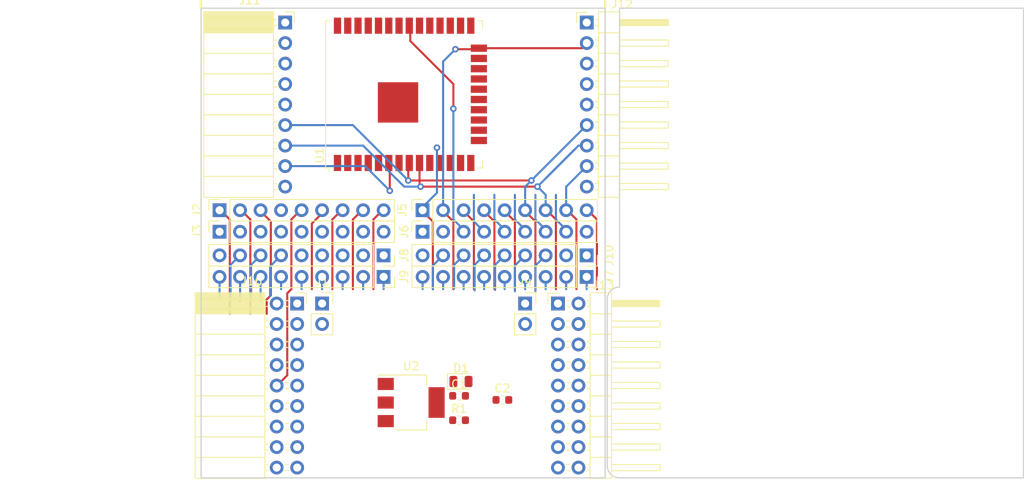
<source format=kicad_pcb>
(kicad_pcb (version 20171130) (host pcbnew "(5.0.2)-1")

  (general
    (thickness 1.6)
    (drawings 13)
    (tracks 178)
    (zones 0)
    (modules 20)
    (nets 33)
  )

  (page A4)
  (layers
    (0 F.Cu signal)
    (1 In1.Cu signal)
    (2 In2.Cu signal)
    (31 B.Cu signal)
    (32 B.Adhes user)
    (33 F.Adhes user)
    (34 B.Paste user)
    (35 F.Paste user)
    (36 B.SilkS user)
    (37 F.SilkS user hide)
    (38 B.Mask user)
    (39 F.Mask user)
    (40 Dwgs.User user)
    (41 Cmts.User user)
    (42 Eco1.User user hide)
    (43 Eco2.User user)
    (44 Edge.Cuts user)
    (45 Margin user)
    (46 B.CrtYd user)
    (47 F.CrtYd user)
    (48 B.Fab user)
    (49 F.Fab user hide)
  )

  (setup
    (last_trace_width 0.254)
    (user_trace_width 0.254)
    (user_trace_width 0.61)
    (trace_clearance 0.2)
    (zone_clearance 0.508)
    (zone_45_only no)
    (trace_min 0.2)
    (segment_width 0.2)
    (edge_width 0.15)
    (via_size 0.8)
    (via_drill 0.4)
    (via_min_size 0.4)
    (via_min_drill 0.3)
    (uvia_size 0.3)
    (uvia_drill 0.1)
    (uvias_allowed no)
    (uvia_min_size 0.2)
    (uvia_min_drill 0.1)
    (pcb_text_width 0.3)
    (pcb_text_size 1.5 1.5)
    (mod_edge_width 0.15)
    (mod_text_size 1 1)
    (mod_text_width 0.15)
    (pad_size 1.524 1.524)
    (pad_drill 0.762)
    (pad_to_mask_clearance 0.051)
    (solder_mask_min_width 0.25)
    (aux_axis_origin 0 0)
    (visible_elements 7FFFFFFF)
    (pcbplotparams
      (layerselection 0x010fc_ffffffff)
      (usegerberextensions false)
      (usegerberattributes false)
      (usegerberadvancedattributes false)
      (creategerberjobfile false)
      (excludeedgelayer true)
      (linewidth 0.100000)
      (plotframeref false)
      (viasonmask false)
      (mode 1)
      (useauxorigin false)
      (hpglpennumber 1)
      (hpglpenspeed 20)
      (hpglpendiameter 15.000000)
      (psnegative false)
      (psa4output false)
      (plotreference true)
      (plotvalue true)
      (plotinvisibletext false)
      (padsonsilk false)
      (subtractmaskfromsilk false)
      (outputformat 1)
      (mirror false)
      (drillshape 1)
      (scaleselection 1)
      (outputdirectory ""))
  )

  (net 0 "")
  (net 1 GND)
  (net 2 ADC1_CH0)
  (net 3 ADC1_CH3)
  (net 4 ADC1_CH6)
  (net 5 ADC1_CH7)
  (net 6 ADC1_CH4)
  (net 7 ADC1_CH5)
  (net 8 ADC2_CH8)
  (net 9 ADC2_CH9)
  (net 10 ADC2_CH7)
  (net 11 ADC2_CH6)
  (net 12 ADC2_CH5)
  (net 13 ADC2_CH4)
  (net 14 ADC2_CH3)
  (net 15 ADC2_CH2)
  (net 16 ADC2_CH1)
  (net 17 ADC2_CH0)
  (net 18 IO16)
  (net 19 IO17)
  (net 20 IO5)
  (net 21 IO18)
  (net 22 IO19)
  (net 23 I2C_SDA)
  (net 24 IO3)
  (net 25 IO1)
  (net 26 I2C_SCL)
  (net 27 IO23)
  (net 28 +3.3V)
  (net 29 +5V)
  (net 30 +3V3)
  (net 31 EXT_5V)
  (net 32 "Net-(D1-Pad2)")

  (net_class Default "This is the default net class."
    (clearance 0.2)
    (trace_width 0.25)
    (via_dia 0.8)
    (via_drill 0.4)
    (uvia_dia 0.3)
    (uvia_drill 0.1)
    (add_net +3.3V)
    (add_net +5V)
    (add_net ADC1_CH0)
    (add_net ADC1_CH3)
    (add_net ADC1_CH4)
    (add_net ADC1_CH5)
    (add_net ADC1_CH6)
    (add_net ADC1_CH7)
    (add_net ADC2_CH0)
    (add_net ADC2_CH1)
    (add_net ADC2_CH2)
    (add_net ADC2_CH3)
    (add_net ADC2_CH4)
    (add_net ADC2_CH5)
    (add_net ADC2_CH6)
    (add_net ADC2_CH7)
    (add_net ADC2_CH8)
    (add_net ADC2_CH9)
    (add_net EXT_5V)
    (add_net GND)
    (add_net I2C_SCL)
    (add_net I2C_SDA)
    (add_net IO1)
    (add_net IO16)
    (add_net IO17)
    (add_net IO18)
    (add_net IO19)
    (add_net IO23)
    (add_net IO3)
    (add_net IO5)
    (add_net "Net-(D1-Pad2)")
  )

  (module RF_Module:ESP32-WROOM-32U (layer F.Cu) (tedit 5B5B4734) (tstamp 5C45CF68)
    (at 106.426 99.822 90)
    (descr "Single 2.4 GHz Wi-Fi and Bluetooth combo chip with U.FL connector, https://www.espressif.com/sites/default/files/documentation/esp32-wroom-32d_esp32-wroom-32u_datasheet_en.pdf")
    (tags "Single 2.4 GHz Wi-Fi and Bluetooth combo  chip")
    (path /5C458771)
    (attr smd)
    (fp_text reference U1 (at -7.58 -10.5 270) (layer F.SilkS)
      (effects (font (size 1 1) (thickness 0.15)))
    )
    (fp_text value ESP32-WROOM-32U (at 0 11.5 90) (layer F.Fab)
      (effects (font (size 1 1) (thickness 0.15)))
    )
    (fp_text user %R (at 0 0 90) (layer F.Fab)
      (effects (font (size 1 1) (thickness 0.15)))
    )
    (fp_line (start 9 9.6) (end 9 -9.6) (layer F.Fab) (width 0.1))
    (fp_line (start -9 9.6) (end 9 9.6) (layer F.Fab) (width 0.1))
    (fp_line (start -9 -9.6) (end -9 -9) (layer F.Fab) (width 0.1))
    (fp_line (start -9 -9.6) (end 9 -9.6) (layer F.Fab) (width 0.1))
    (fp_line (start -9.75 10.5) (end -9.75 -9.85) (layer F.CrtYd) (width 0.05))
    (fp_line (start -9.75 10.5) (end 9.75 10.5) (layer F.CrtYd) (width 0.05))
    (fp_line (start 9.75 -9.85) (end 9.75 10.5) (layer F.CrtYd) (width 0.05))
    (fp_line (start -9 -8) (end -9 9.6) (layer F.Fab) (width 0.1))
    (fp_line (start -8.5 -8.5) (end -9 -9) (layer F.Fab) (width 0.1))
    (fp_line (start -9 -8) (end -8.5 -8.5) (layer F.Fab) (width 0.1))
    (fp_line (start 9.75 -9.85) (end -9.75 -9.85) (layer F.CrtYd) (width 0.05))
    (fp_line (start -9.12 9.1) (end -9.12 9.72) (layer F.SilkS) (width 0.12))
    (fp_line (start -9.12 9.72) (end -8.12 9.72) (layer F.SilkS) (width 0.12))
    (fp_line (start 9.12 9.1) (end 9.12 9.72) (layer F.SilkS) (width 0.12))
    (fp_line (start 9.12 9.72) (end 8.12 9.72) (layer F.SilkS) (width 0.12))
    (fp_line (start -9.12 -9.72) (end 9.12 -9.72) (layer F.SilkS) (width 0.12))
    (fp_line (start 9.12 -9.72) (end 9.12 -9.3) (layer F.SilkS) (width 0.12))
    (fp_line (start -9.12 -9.72) (end -9.12 -9.3) (layer F.SilkS) (width 0.12))
    (fp_line (start -9.12 -9.3) (end -9.5 -9.3) (layer F.SilkS) (width 0.12))
    (pad 39 smd rect (at -1 -0.755 90) (size 5 5) (layers F.Cu F.Paste F.Mask))
    (pad 1 smd rect (at -8.5 -8.255 90) (size 2 0.9) (layers F.Cu F.Paste F.Mask)
      (net 1 GND))
    (pad 2 smd rect (at -8.5 -6.985 90) (size 2 0.9) (layers F.Cu F.Paste F.Mask))
    (pad 3 smd rect (at -8.5 -5.715 90) (size 2 0.9) (layers F.Cu F.Paste F.Mask))
    (pad 4 smd rect (at -8.5 -4.445 90) (size 2 0.9) (layers F.Cu F.Paste F.Mask)
      (net 2 ADC1_CH0))
    (pad 5 smd rect (at -8.5 -3.175 90) (size 2 0.9) (layers F.Cu F.Paste F.Mask)
      (net 3 ADC1_CH3))
    (pad 6 smd rect (at -8.5 -1.905 90) (size 2 0.9) (layers F.Cu F.Paste F.Mask)
      (net 4 ADC1_CH6))
    (pad 7 smd rect (at -8.5 -0.635 90) (size 2 0.9) (layers F.Cu F.Paste F.Mask)
      (net 5 ADC1_CH7))
    (pad 8 smd rect (at -8.5 0.635 90) (size 2 0.9) (layers F.Cu F.Paste F.Mask)
      (net 6 ADC1_CH4))
    (pad 9 smd rect (at -8.5 1.905 90) (size 2 0.9) (layers F.Cu F.Paste F.Mask)
      (net 7 ADC1_CH5))
    (pad 10 smd rect (at -8.5 3.175 90) (size 2 0.9) (layers F.Cu F.Paste F.Mask)
      (net 8 ADC2_CH8))
    (pad 11 smd rect (at -8.5 4.445 90) (size 2 0.9) (layers F.Cu F.Paste F.Mask)
      (net 9 ADC2_CH9))
    (pad 12 smd rect (at -8.5 5.715 90) (size 2 0.9) (layers F.Cu F.Paste F.Mask)
      (net 10 ADC2_CH7))
    (pad 13 smd rect (at -8.5 6.985 90) (size 2 0.9) (layers F.Cu F.Paste F.Mask)
      (net 11 ADC2_CH6))
    (pad 14 smd rect (at -8.5 8.255 90) (size 2 0.9) (layers F.Cu F.Paste F.Mask)
      (net 12 ADC2_CH5))
    (pad 15 smd rect (at -5.715 9.255) (size 2 0.9) (layers F.Cu F.Paste F.Mask)
      (net 1 GND))
    (pad 16 smd rect (at -4.445 9.255 180) (size 2 0.9) (layers F.Cu F.Paste F.Mask)
      (net 13 ADC2_CH4))
    (pad 17 smd rect (at -3.175 9.255 180) (size 2 0.9) (layers F.Cu F.Paste F.Mask))
    (pad 18 smd rect (at -1.905 9.255 180) (size 2 0.9) (layers F.Cu F.Paste F.Mask))
    (pad 19 smd rect (at -0.635 9.255 180) (size 2 0.9) (layers F.Cu F.Paste F.Mask))
    (pad 20 smd rect (at 0.635 9.255 180) (size 2 0.9) (layers F.Cu F.Paste F.Mask))
    (pad 21 smd rect (at 1.905 9.255 180) (size 2 0.9) (layers F.Cu F.Paste F.Mask))
    (pad 22 smd rect (at 3.175 9.255 180) (size 2 0.9) (layers F.Cu F.Paste F.Mask))
    (pad 23 smd rect (at 4.445 9.255 180) (size 2 0.9) (layers F.Cu F.Paste F.Mask)
      (net 14 ADC2_CH3))
    (pad 24 smd rect (at 5.715 9.255 180) (size 2 0.9) (layers F.Cu F.Paste F.Mask)
      (net 15 ADC2_CH2))
    (pad 25 smd rect (at 8.5 8.255 90) (size 2 0.9) (layers F.Cu F.Paste F.Mask)
      (net 16 ADC2_CH1))
    (pad 26 smd rect (at 8.5 6.985 90) (size 2 0.9) (layers F.Cu F.Paste F.Mask)
      (net 17 ADC2_CH0))
    (pad 27 smd rect (at 8.5 5.715 90) (size 2 0.9) (layers F.Cu F.Paste F.Mask)
      (net 18 IO16))
    (pad 28 smd rect (at 8.5 4.445 90) (size 2 0.9) (layers F.Cu F.Paste F.Mask)
      (net 19 IO17))
    (pad 29 smd rect (at 8.5 3.175 90) (size 2 0.9) (layers F.Cu F.Paste F.Mask)
      (net 20 IO5))
    (pad 30 smd rect (at 8.5 1.905 90) (size 2 0.9) (layers F.Cu F.Paste F.Mask)
      (net 21 IO18))
    (pad 31 smd rect (at 8.5 0.635 90) (size 2 0.9) (layers F.Cu F.Paste F.Mask)
      (net 22 IO19))
    (pad 32 smd rect (at 8.5 -0.635 90) (size 2 0.9) (layers F.Cu F.Paste F.Mask))
    (pad 33 smd rect (at 8.5 -1.905 90) (size 2 0.9) (layers F.Cu F.Paste F.Mask)
      (net 23 I2C_SDA))
    (pad 34 smd rect (at 8.5 -3.175 90) (size 2 0.9) (layers F.Cu F.Paste F.Mask)
      (net 24 IO3))
    (pad 35 smd rect (at 8.5 -4.445 90) (size 2 0.9) (layers F.Cu F.Paste F.Mask)
      (net 25 IO1))
    (pad 36 smd rect (at 8.5 -5.715 90) (size 2 0.9) (layers F.Cu F.Paste F.Mask)
      (net 26 I2C_SCL))
    (pad 37 smd rect (at 8.5 -6.985 90) (size 2 0.9) (layers F.Cu F.Paste F.Mask)
      (net 27 IO23))
    (pad 38 smd rect (at 8.5 -8.255 90) (size 2 0.9) (layers F.Cu F.Paste F.Mask)
      (net 1 GND))
    (model ${KISYS3DMOD}/RF_Module.3dshapes/ESP32-WROOM-32U.wrl
      (at (xyz 0 0 0))
      (scale (xyz 1 1 1))
      (rotate (xyz 0 0 0))
    )
  )

  (module Connector_PinSocket_2.54mm:PinSocket_1x02_P2.54mm_Vertical (layer F.Cu) (tedit 5A19A420) (tstamp 5C46747E)
    (at 96.266 125.73)
    (descr "Through hole straight socket strip, 1x02, 2.54mm pitch, single row (from Kicad 4.0.7), script generated")
    (tags "Through hole socket strip THT 1x02 2.54mm single row")
    (path /5C4945A5)
    (fp_text reference J1 (at 0 -2.77) (layer F.SilkS)
      (effects (font (size 1 1) (thickness 0.15)))
    )
    (fp_text value UART_2 (at 0 5.31) (layer F.Fab)
      (effects (font (size 1 1) (thickness 0.15)))
    )
    (fp_line (start -1.27 -1.27) (end 0.635 -1.27) (layer F.Fab) (width 0.1))
    (fp_line (start 0.635 -1.27) (end 1.27 -0.635) (layer F.Fab) (width 0.1))
    (fp_line (start 1.27 -0.635) (end 1.27 3.81) (layer F.Fab) (width 0.1))
    (fp_line (start 1.27 3.81) (end -1.27 3.81) (layer F.Fab) (width 0.1))
    (fp_line (start -1.27 3.81) (end -1.27 -1.27) (layer F.Fab) (width 0.1))
    (fp_line (start -1.33 1.27) (end 1.33 1.27) (layer F.SilkS) (width 0.12))
    (fp_line (start -1.33 1.27) (end -1.33 3.87) (layer F.SilkS) (width 0.12))
    (fp_line (start -1.33 3.87) (end 1.33 3.87) (layer F.SilkS) (width 0.12))
    (fp_line (start 1.33 1.27) (end 1.33 3.87) (layer F.SilkS) (width 0.12))
    (fp_line (start 1.33 -1.33) (end 1.33 0) (layer F.SilkS) (width 0.12))
    (fp_line (start 0 -1.33) (end 1.33 -1.33) (layer F.SilkS) (width 0.12))
    (fp_line (start -1.8 -1.8) (end 1.75 -1.8) (layer F.CrtYd) (width 0.05))
    (fp_line (start 1.75 -1.8) (end 1.75 4.3) (layer F.CrtYd) (width 0.05))
    (fp_line (start 1.75 4.3) (end -1.8 4.3) (layer F.CrtYd) (width 0.05))
    (fp_line (start -1.8 4.3) (end -1.8 -1.8) (layer F.CrtYd) (width 0.05))
    (fp_text user %R (at 0 1.27 90) (layer F.Fab)
      (effects (font (size 1 1) (thickness 0.15)))
    )
    (pad 1 thru_hole rect (at 0 0) (size 1.7 1.7) (drill 1) (layers *.Cu *.Mask)
      (net 19 IO17))
    (pad 2 thru_hole oval (at 0 2.54) (size 1.7 1.7) (drill 1) (layers *.Cu *.Mask)
      (net 18 IO16))
    (model ${KISYS3DMOD}/Connector_PinSocket_2.54mm.3dshapes/PinSocket_1x02_P2.54mm_Vertical.wrl
      (at (xyz 0 0 0))
      (scale (xyz 1 1 1))
      (rotate (xyz 0 0 0))
    )
  )

  (module Connector_PinSocket_2.54mm:PinSocket_1x09_P2.54mm_Vertical (layer F.Cu) (tedit 5A19A431) (tstamp 5C467FFC)
    (at 83.566 114.173 90)
    (descr "Through hole straight socket strip, 1x09, 2.54mm pitch, single row (from Kicad 4.0.7), script generated")
    (tags "Through hole socket strip THT 1x09 2.54mm single row")
    (path /5C467DDD)
    (fp_text reference J2 (at 0 -2.77 90) (layer F.SilkS)
      (effects (font (size 1 1) (thickness 0.15)))
    )
    (fp_text value GPIO (at 0 23.09 90) (layer F.Fab)
      (effects (font (size 1 1) (thickness 0.15)))
    )
    (fp_text user %R (at 0 10.16 180) (layer F.Fab)
      (effects (font (size 1 1) (thickness 0.15)))
    )
    (fp_line (start -1.8 22.1) (end -1.8 -1.8) (layer F.CrtYd) (width 0.05))
    (fp_line (start 1.75 22.1) (end -1.8 22.1) (layer F.CrtYd) (width 0.05))
    (fp_line (start 1.75 -1.8) (end 1.75 22.1) (layer F.CrtYd) (width 0.05))
    (fp_line (start -1.8 -1.8) (end 1.75 -1.8) (layer F.CrtYd) (width 0.05))
    (fp_line (start 0 -1.33) (end 1.33 -1.33) (layer F.SilkS) (width 0.12))
    (fp_line (start 1.33 -1.33) (end 1.33 0) (layer F.SilkS) (width 0.12))
    (fp_line (start 1.33 1.27) (end 1.33 21.65) (layer F.SilkS) (width 0.12))
    (fp_line (start -1.33 21.65) (end 1.33 21.65) (layer F.SilkS) (width 0.12))
    (fp_line (start -1.33 1.27) (end -1.33 21.65) (layer F.SilkS) (width 0.12))
    (fp_line (start -1.33 1.27) (end 1.33 1.27) (layer F.SilkS) (width 0.12))
    (fp_line (start -1.27 21.59) (end -1.27 -1.27) (layer F.Fab) (width 0.1))
    (fp_line (start 1.27 21.59) (end -1.27 21.59) (layer F.Fab) (width 0.1))
    (fp_line (start 1.27 -0.635) (end 1.27 21.59) (layer F.Fab) (width 0.1))
    (fp_line (start 0.635 -1.27) (end 1.27 -0.635) (layer F.Fab) (width 0.1))
    (fp_line (start -1.27 -1.27) (end 0.635 -1.27) (layer F.Fab) (width 0.1))
    (pad 9 thru_hole oval (at 0 20.32 90) (size 1.7 1.7) (drill 1) (layers *.Cu *.Mask)
      (net 2 ADC1_CH0))
    (pad 8 thru_hole oval (at 0 17.78 90) (size 1.7 1.7) (drill 1) (layers *.Cu *.Mask)
      (net 3 ADC1_CH3))
    (pad 7 thru_hole oval (at 0 15.24 90) (size 1.7 1.7) (drill 1) (layers *.Cu *.Mask)
      (net 14 ADC2_CH3))
    (pad 6 thru_hole oval (at 0 12.7 90) (size 1.7 1.7) (drill 1) (layers *.Cu *.Mask)
      (net 11 ADC2_CH6))
    (pad 5 thru_hole oval (at 0 10.16 90) (size 1.7 1.7) (drill 1) (layers *.Cu *.Mask)
      (net 13 ADC2_CH4))
    (pad 4 thru_hole oval (at 0 7.62 90) (size 1.7 1.7) (drill 1) (layers *.Cu *.Mask)
      (net 12 ADC2_CH5))
    (pad 3 thru_hole oval (at 0 5.08 90) (size 1.7 1.7) (drill 1) (layers *.Cu *.Mask)
      (net 16 ADC2_CH1))
    (pad 2 thru_hole oval (at 0 2.54 90) (size 1.7 1.7) (drill 1) (layers *.Cu *.Mask)
      (net 17 ADC2_CH0))
    (pad 1 thru_hole rect (at 0 0 90) (size 1.7 1.7) (drill 1) (layers *.Cu *.Mask)
      (net 8 ADC2_CH8))
    (model ${KISYS3DMOD}/Connector_PinSocket_2.54mm.3dshapes/PinSocket_1x09_P2.54mm_Vertical.wrl
      (at (xyz 0 0 0))
      (scale (xyz 1 1 1))
      (rotate (xyz 0 0 0))
    )
  )

  (module Connector_PinSocket_2.54mm:PinSocket_1x09_P2.54mm_Vertical (layer F.Cu) (tedit 5A19A431) (tstamp 5C4680A4)
    (at 83.566 116.84 90)
    (descr "Through hole straight socket strip, 1x09, 2.54mm pitch, single row (from Kicad 4.0.7), script generated")
    (tags "Through hole socket strip THT 1x09 2.54mm single row")
    (path /5C466496)
    (fp_text reference J3 (at 0 -2.77 90) (layer F.SilkS)
      (effects (font (size 1 1) (thickness 0.15)))
    )
    (fp_text value "Common Pins" (at 0 23.09 90) (layer F.Fab)
      (effects (font (size 1 1) (thickness 0.15)))
    )
    (fp_line (start -1.27 -1.27) (end 0.635 -1.27) (layer F.Fab) (width 0.1))
    (fp_line (start 0.635 -1.27) (end 1.27 -0.635) (layer F.Fab) (width 0.1))
    (fp_line (start 1.27 -0.635) (end 1.27 21.59) (layer F.Fab) (width 0.1))
    (fp_line (start 1.27 21.59) (end -1.27 21.59) (layer F.Fab) (width 0.1))
    (fp_line (start -1.27 21.59) (end -1.27 -1.27) (layer F.Fab) (width 0.1))
    (fp_line (start -1.33 1.27) (end 1.33 1.27) (layer F.SilkS) (width 0.12))
    (fp_line (start -1.33 1.27) (end -1.33 21.65) (layer F.SilkS) (width 0.12))
    (fp_line (start -1.33 21.65) (end 1.33 21.65) (layer F.SilkS) (width 0.12))
    (fp_line (start 1.33 1.27) (end 1.33 21.65) (layer F.SilkS) (width 0.12))
    (fp_line (start 1.33 -1.33) (end 1.33 0) (layer F.SilkS) (width 0.12))
    (fp_line (start 0 -1.33) (end 1.33 -1.33) (layer F.SilkS) (width 0.12))
    (fp_line (start -1.8 -1.8) (end 1.75 -1.8) (layer F.CrtYd) (width 0.05))
    (fp_line (start 1.75 -1.8) (end 1.75 22.1) (layer F.CrtYd) (width 0.05))
    (fp_line (start 1.75 22.1) (end -1.8 22.1) (layer F.CrtYd) (width 0.05))
    (fp_line (start -1.8 22.1) (end -1.8 -1.8) (layer F.CrtYd) (width 0.05))
    (fp_text user %R (at 0 10.16 180) (layer F.Fab)
      (effects (font (size 1 1) (thickness 0.15)))
    )
    (pad 1 thru_hole rect (at 0 0 90) (size 1.7 1.7) (drill 1) (layers *.Cu *.Mask)
      (net 28 +3.3V))
    (pad 2 thru_hole oval (at 0 2.54 90) (size 1.7 1.7) (drill 1) (layers *.Cu *.Mask)
      (net 1 GND))
    (pad 3 thru_hole oval (at 0 5.08 90) (size 1.7 1.7) (drill 1) (layers *.Cu *.Mask)
      (net 22 IO19))
    (pad 4 thru_hole oval (at 0 7.62 90) (size 1.7 1.7) (drill 1) (layers *.Cu *.Mask)
      (net 27 IO23))
    (pad 5 thru_hole oval (at 0 10.16 90) (size 1.7 1.7) (drill 1) (layers *.Cu *.Mask)
      (net 21 IO18))
    (pad 6 thru_hole oval (at 0 12.7 90) (size 1.7 1.7) (drill 1) (layers *.Cu *.Mask)
      (net 20 IO5))
    (pad 7 thru_hole oval (at 0 15.24 90) (size 1.7 1.7) (drill 1) (layers *.Cu *.Mask)
      (net 23 I2C_SDA))
    (pad 8 thru_hole oval (at 0 17.78 90) (size 1.7 1.7) (drill 1) (layers *.Cu *.Mask)
      (net 26 I2C_SCL))
    (pad 9 thru_hole oval (at 0 20.32 90) (size 1.7 1.7) (drill 1) (layers *.Cu *.Mask)
      (net 29 +5V))
    (model ${KISYS3DMOD}/Connector_PinSocket_2.54mm.3dshapes/PinSocket_1x09_P2.54mm_Vertical.wrl
      (at (xyz 0 0 0))
      (scale (xyz 1 1 1))
      (rotate (xyz 0 0 0))
    )
  )

  (module Connector_PinSocket_2.54mm:PinSocket_1x02_P2.54mm_Vertical (layer F.Cu) (tedit 5A19A420) (tstamp 5C4674CE)
    (at 121.412 125.73)
    (descr "Through hole straight socket strip, 1x02, 2.54mm pitch, single row (from Kicad 4.0.7), script generated")
    (tags "Through hole socket strip THT 1x02 2.54mm single row")
    (path /5C49860D)
    (fp_text reference J4 (at 0 -2.77) (layer F.SilkS)
      (effects (font (size 1 1) (thickness 0.15)))
    )
    (fp_text value UART_0 (at 0 5.31) (layer F.Fab)
      (effects (font (size 1 1) (thickness 0.15)))
    )
    (fp_text user %R (at 0 1.27 90) (layer F.Fab)
      (effects (font (size 1 1) (thickness 0.15)))
    )
    (fp_line (start -1.8 4.3) (end -1.8 -1.8) (layer F.CrtYd) (width 0.05))
    (fp_line (start 1.75 4.3) (end -1.8 4.3) (layer F.CrtYd) (width 0.05))
    (fp_line (start 1.75 -1.8) (end 1.75 4.3) (layer F.CrtYd) (width 0.05))
    (fp_line (start -1.8 -1.8) (end 1.75 -1.8) (layer F.CrtYd) (width 0.05))
    (fp_line (start 0 -1.33) (end 1.33 -1.33) (layer F.SilkS) (width 0.12))
    (fp_line (start 1.33 -1.33) (end 1.33 0) (layer F.SilkS) (width 0.12))
    (fp_line (start 1.33 1.27) (end 1.33 3.87) (layer F.SilkS) (width 0.12))
    (fp_line (start -1.33 3.87) (end 1.33 3.87) (layer F.SilkS) (width 0.12))
    (fp_line (start -1.33 1.27) (end -1.33 3.87) (layer F.SilkS) (width 0.12))
    (fp_line (start -1.33 1.27) (end 1.33 1.27) (layer F.SilkS) (width 0.12))
    (fp_line (start -1.27 3.81) (end -1.27 -1.27) (layer F.Fab) (width 0.1))
    (fp_line (start 1.27 3.81) (end -1.27 3.81) (layer F.Fab) (width 0.1))
    (fp_line (start 1.27 -0.635) (end 1.27 3.81) (layer F.Fab) (width 0.1))
    (fp_line (start 0.635 -1.27) (end 1.27 -0.635) (layer F.Fab) (width 0.1))
    (fp_line (start -1.27 -1.27) (end 0.635 -1.27) (layer F.Fab) (width 0.1))
    (pad 2 thru_hole oval (at 0 2.54) (size 1.7 1.7) (drill 1) (layers *.Cu *.Mask)
      (net 24 IO3))
    (pad 1 thru_hole rect (at 0 0) (size 1.7 1.7) (drill 1) (layers *.Cu *.Mask)
      (net 25 IO1))
    (model ${KISYS3DMOD}/Connector_PinSocket_2.54mm.3dshapes/PinSocket_1x02_P2.54mm_Vertical.wrl
      (at (xyz 0 0 0))
      (scale (xyz 1 1 1))
      (rotate (xyz 0 0 0))
    )
  )

  (module Connector_PinSocket_2.54mm:PinSocket_1x09_P2.54mm_Vertical (layer F.Cu) (tedit 5A19A431) (tstamp 5C467FA8)
    (at 108.712 114.173 90)
    (descr "Through hole straight socket strip, 1x09, 2.54mm pitch, single row (from Kicad 4.0.7), script generated")
    (tags "Through hole socket strip THT 1x09 2.54mm single row")
    (path /5C46882F)
    (fp_text reference J5 (at 0 -2.54 90) (layer F.SilkS)
      (effects (font (size 1 1) (thickness 0.15)))
    )
    (fp_text value GPIO (at 0 23.09 90) (layer F.Fab)
      (effects (font (size 1 1) (thickness 0.15)))
    )
    (fp_text user %R (at 0 10.16 180) (layer F.Fab)
      (effects (font (size 1 1) (thickness 0.15)))
    )
    (fp_line (start -1.8 22.1) (end -1.8 -1.8) (layer F.CrtYd) (width 0.05))
    (fp_line (start 1.75 22.1) (end -1.8 22.1) (layer F.CrtYd) (width 0.05))
    (fp_line (start 1.75 -1.8) (end 1.75 22.1) (layer F.CrtYd) (width 0.05))
    (fp_line (start -1.8 -1.8) (end 1.75 -1.8) (layer F.CrtYd) (width 0.05))
    (fp_line (start 0 -1.33) (end 1.33 -1.33) (layer F.SilkS) (width 0.12))
    (fp_line (start 1.33 -1.33) (end 1.33 0) (layer F.SilkS) (width 0.12))
    (fp_line (start 1.33 1.27) (end 1.33 21.65) (layer F.SilkS) (width 0.12))
    (fp_line (start -1.33 21.65) (end 1.33 21.65) (layer F.SilkS) (width 0.12))
    (fp_line (start -1.33 1.27) (end -1.33 21.65) (layer F.SilkS) (width 0.12))
    (fp_line (start -1.33 1.27) (end 1.33 1.27) (layer F.SilkS) (width 0.12))
    (fp_line (start -1.27 21.59) (end -1.27 -1.27) (layer F.Fab) (width 0.1))
    (fp_line (start 1.27 21.59) (end -1.27 21.59) (layer F.Fab) (width 0.1))
    (fp_line (start 1.27 -0.635) (end 1.27 21.59) (layer F.Fab) (width 0.1))
    (fp_line (start 0.635 -1.27) (end 1.27 -0.635) (layer F.Fab) (width 0.1))
    (fp_line (start -1.27 -1.27) (end 0.635 -1.27) (layer F.Fab) (width 0.1))
    (pad 9 thru_hole oval (at 0 20.32 90) (size 1.7 1.7) (drill 1) (layers *.Cu *.Mask)
      (net 5 ADC1_CH7))
    (pad 8 thru_hole oval (at 0 17.78 90) (size 1.7 1.7) (drill 1) (layers *.Cu *.Mask)
      (net 4 ADC1_CH6))
    (pad 7 thru_hole oval (at 0 15.24 90) (size 1.7 1.7) (drill 1) (layers *.Cu *.Mask)
      (net 7 ADC1_CH5))
    (pad 6 thru_hole oval (at 0 12.7 90) (size 1.7 1.7) (drill 1) (layers *.Cu *.Mask)
      (net 6 ADC1_CH4))
    (pad 5 thru_hole oval (at 0 10.16 90) (size 1.7 1.7) (drill 1) (layers *.Cu *.Mask)
      (net 9 ADC2_CH9))
    (pad 4 thru_hole oval (at 0 7.62 90) (size 1.7 1.7) (drill 1) (layers *.Cu *.Mask)
      (net 8 ADC2_CH8))
    (pad 3 thru_hole oval (at 0 5.08 90) (size 1.7 1.7) (drill 1) (layers *.Cu *.Mask)
      (net 10 ADC2_CH7))
    (pad 2 thru_hole oval (at 0 2.54 90) (size 1.7 1.7) (drill 1) (layers *.Cu *.Mask)
      (net 15 ADC2_CH2))
    (pad 1 thru_hole rect (at 0 0 90) (size 1.7 1.7) (drill 1) (layers *.Cu *.Mask)
      (net 9 ADC2_CH9))
    (model ${KISYS3DMOD}/Connector_PinSocket_2.54mm.3dshapes/PinSocket_1x09_P2.54mm_Vertical.wrl
      (at (xyz 0 0 0))
      (scale (xyz 1 1 1))
      (rotate (xyz 0 0 0))
    )
  )

  (module Connector_PinSocket_2.54mm:PinSocket_1x09_P2.54mm_Vertical (layer F.Cu) (tedit 5A19A431) (tstamp 5C468050)
    (at 108.712 116.84 90)
    (descr "Through hole straight socket strip, 1x09, 2.54mm pitch, single row (from Kicad 4.0.7), script generated")
    (tags "Through hole socket strip THT 1x09 2.54mm single row")
    (path /5C46881D)
    (fp_text reference J6 (at 0 -2.286 90) (layer F.SilkS)
      (effects (font (size 1 1) (thickness 0.15)))
    )
    (fp_text value "Common Pins" (at 0 23.09 90) (layer F.Fab)
      (effects (font (size 1 1) (thickness 0.15)))
    )
    (fp_line (start -1.27 -1.27) (end 0.635 -1.27) (layer F.Fab) (width 0.1))
    (fp_line (start 0.635 -1.27) (end 1.27 -0.635) (layer F.Fab) (width 0.1))
    (fp_line (start 1.27 -0.635) (end 1.27 21.59) (layer F.Fab) (width 0.1))
    (fp_line (start 1.27 21.59) (end -1.27 21.59) (layer F.Fab) (width 0.1))
    (fp_line (start -1.27 21.59) (end -1.27 -1.27) (layer F.Fab) (width 0.1))
    (fp_line (start -1.33 1.27) (end 1.33 1.27) (layer F.SilkS) (width 0.12))
    (fp_line (start -1.33 1.27) (end -1.33 21.65) (layer F.SilkS) (width 0.12))
    (fp_line (start -1.33 21.65) (end 1.33 21.65) (layer F.SilkS) (width 0.12))
    (fp_line (start 1.33 1.27) (end 1.33 21.65) (layer F.SilkS) (width 0.12))
    (fp_line (start 1.33 -1.33) (end 1.33 0) (layer F.SilkS) (width 0.12))
    (fp_line (start 0 -1.33) (end 1.33 -1.33) (layer F.SilkS) (width 0.12))
    (fp_line (start -1.8 -1.8) (end 1.75 -1.8) (layer F.CrtYd) (width 0.05))
    (fp_line (start 1.75 -1.8) (end 1.75 22.1) (layer F.CrtYd) (width 0.05))
    (fp_line (start 1.75 22.1) (end -1.8 22.1) (layer F.CrtYd) (width 0.05))
    (fp_line (start -1.8 22.1) (end -1.8 -1.8) (layer F.CrtYd) (width 0.05))
    (fp_text user %R (at 0 10.16 180) (layer F.Fab)
      (effects (font (size 1 1) (thickness 0.15)))
    )
    (pad 1 thru_hole rect (at 0 0 90) (size 1.7 1.7) (drill 1) (layers *.Cu *.Mask)
      (net 28 +3.3V))
    (pad 2 thru_hole oval (at 0 2.54 90) (size 1.7 1.7) (drill 1) (layers *.Cu *.Mask)
      (net 1 GND))
    (pad 3 thru_hole oval (at 0 5.08 90) (size 1.7 1.7) (drill 1) (layers *.Cu *.Mask)
      (net 22 IO19))
    (pad 4 thru_hole oval (at 0 7.62 90) (size 1.7 1.7) (drill 1) (layers *.Cu *.Mask)
      (net 27 IO23))
    (pad 5 thru_hole oval (at 0 10.16 90) (size 1.7 1.7) (drill 1) (layers *.Cu *.Mask)
      (net 21 IO18))
    (pad 6 thru_hole oval (at 0 12.7 90) (size 1.7 1.7) (drill 1) (layers *.Cu *.Mask)
      (net 20 IO5))
    (pad 7 thru_hole oval (at 0 15.24 90) (size 1.7 1.7) (drill 1) (layers *.Cu *.Mask)
      (net 23 I2C_SDA))
    (pad 8 thru_hole oval (at 0 17.78 90) (size 1.7 1.7) (drill 1) (layers *.Cu *.Mask)
      (net 26 I2C_SCL))
    (pad 9 thru_hole oval (at 0 20.32 90) (size 1.7 1.7) (drill 1) (layers *.Cu *.Mask)
      (net 29 +5V))
    (model ${KISYS3DMOD}/Connector_PinSocket_2.54mm.3dshapes/PinSocket_1x09_P2.54mm_Vertical.wrl
      (at (xyz 0 0 0))
      (scale (xyz 1 1 1))
      (rotate (xyz 0 0 0))
    )
  )

  (module Connector_PinSocket_2.54mm:PinSocket_1x09_P2.54mm_Vertical (layer F.Cu) (tedit 5A19A431) (tstamp 5C467BC3)
    (at 129.032 122.428 270)
    (descr "Through hole straight socket strip, 1x09, 2.54mm pitch, single row (from Kicad 4.0.7), script generated")
    (tags "Through hole socket strip THT 1x09 2.54mm single row")
    (path /5C4BE235)
    (fp_text reference J7 (at 0 -2.77 270) (layer F.SilkS)
      (effects (font (size 1 1) (thickness 0.15)))
    )
    (fp_text value GPIO (at 0 23.09 270) (layer F.Fab)
      (effects (font (size 1 1) (thickness 0.15)))
    )
    (fp_text user %R (at 0 10.16) (layer F.Fab)
      (effects (font (size 1 1) (thickness 0.15)))
    )
    (fp_line (start -1.8 22.1) (end -1.8 -1.8) (layer F.CrtYd) (width 0.05))
    (fp_line (start 1.75 22.1) (end -1.8 22.1) (layer F.CrtYd) (width 0.05))
    (fp_line (start 1.75 -1.8) (end 1.75 22.1) (layer F.CrtYd) (width 0.05))
    (fp_line (start -1.8 -1.8) (end 1.75 -1.8) (layer F.CrtYd) (width 0.05))
    (fp_line (start 0 -1.33) (end 1.33 -1.33) (layer F.SilkS) (width 0.12))
    (fp_line (start 1.33 -1.33) (end 1.33 0) (layer F.SilkS) (width 0.12))
    (fp_line (start 1.33 1.27) (end 1.33 21.65) (layer F.SilkS) (width 0.12))
    (fp_line (start -1.33 21.65) (end 1.33 21.65) (layer F.SilkS) (width 0.12))
    (fp_line (start -1.33 1.27) (end -1.33 21.65) (layer F.SilkS) (width 0.12))
    (fp_line (start -1.33 1.27) (end 1.33 1.27) (layer F.SilkS) (width 0.12))
    (fp_line (start -1.27 21.59) (end -1.27 -1.27) (layer F.Fab) (width 0.1))
    (fp_line (start 1.27 21.59) (end -1.27 21.59) (layer F.Fab) (width 0.1))
    (fp_line (start 1.27 -0.635) (end 1.27 21.59) (layer F.Fab) (width 0.1))
    (fp_line (start 0.635 -1.27) (end 1.27 -0.635) (layer F.Fab) (width 0.1))
    (fp_line (start -1.27 -1.27) (end 0.635 -1.27) (layer F.Fab) (width 0.1))
    (pad 9 thru_hole oval (at 0 20.32 270) (size 1.7 1.7) (drill 1) (layers *.Cu *.Mask)
      (net 2 ADC1_CH0))
    (pad 8 thru_hole oval (at 0 17.78 270) (size 1.7 1.7) (drill 1) (layers *.Cu *.Mask)
      (net 3 ADC1_CH3))
    (pad 7 thru_hole oval (at 0 15.24 270) (size 1.7 1.7) (drill 1) (layers *.Cu *.Mask)
      (net 14 ADC2_CH3))
    (pad 6 thru_hole oval (at 0 12.7 270) (size 1.7 1.7) (drill 1) (layers *.Cu *.Mask)
      (net 11 ADC2_CH6))
    (pad 5 thru_hole oval (at 0 10.16 270) (size 1.7 1.7) (drill 1) (layers *.Cu *.Mask)
      (net 13 ADC2_CH4))
    (pad 4 thru_hole oval (at 0 7.62 270) (size 1.7 1.7) (drill 1) (layers *.Cu *.Mask)
      (net 12 ADC2_CH5))
    (pad 3 thru_hole oval (at 0 5.08 270) (size 1.7 1.7) (drill 1) (layers *.Cu *.Mask)
      (net 16 ADC2_CH1))
    (pad 2 thru_hole oval (at 0 2.54 270) (size 1.7 1.7) (drill 1) (layers *.Cu *.Mask)
      (net 17 ADC2_CH0))
    (pad 1 thru_hole rect (at 0 0 270) (size 1.7 1.7) (drill 1) (layers *.Cu *.Mask)
      (net 8 ADC2_CH8))
    (model ${KISYS3DMOD}/Connector_PinSocket_2.54mm.3dshapes/PinSocket_1x09_P2.54mm_Vertical.wrl
      (at (xyz 0 0 0))
      (scale (xyz 1 1 1))
      (rotate (xyz 0 0 0))
    )
  )

  (module Connector_PinSocket_2.54mm:PinSocket_1x09_P2.54mm_Vertical (layer F.Cu) (tedit 5A19A431) (tstamp 5C467542)
    (at 103.886 119.761 270)
    (descr "Through hole straight socket strip, 1x09, 2.54mm pitch, single row (from Kicad 4.0.7), script generated")
    (tags "Through hole socket strip THT 1x09 2.54mm single row")
    (path /5C4A5390)
    (fp_text reference J8 (at 0 -2.54 270) (layer F.SilkS)
      (effects (font (size 1 1) (thickness 0.15)))
    )
    (fp_text value "Common Pins" (at 0 23.09 270) (layer F.Fab)
      (effects (font (size 1 1) (thickness 0.15)))
    )
    (fp_line (start -1.27 -1.27) (end 0.635 -1.27) (layer F.Fab) (width 0.1))
    (fp_line (start 0.635 -1.27) (end 1.27 -0.635) (layer F.Fab) (width 0.1))
    (fp_line (start 1.27 -0.635) (end 1.27 21.59) (layer F.Fab) (width 0.1))
    (fp_line (start 1.27 21.59) (end -1.27 21.59) (layer F.Fab) (width 0.1))
    (fp_line (start -1.27 21.59) (end -1.27 -1.27) (layer F.Fab) (width 0.1))
    (fp_line (start -1.33 1.27) (end 1.33 1.27) (layer F.SilkS) (width 0.12))
    (fp_line (start -1.33 1.27) (end -1.33 21.65) (layer F.SilkS) (width 0.12))
    (fp_line (start -1.33 21.65) (end 1.33 21.65) (layer F.SilkS) (width 0.12))
    (fp_line (start 1.33 1.27) (end 1.33 21.65) (layer F.SilkS) (width 0.12))
    (fp_line (start 1.33 -1.33) (end 1.33 0) (layer F.SilkS) (width 0.12))
    (fp_line (start 0 -1.33) (end 1.33 -1.33) (layer F.SilkS) (width 0.12))
    (fp_line (start -1.8 -1.8) (end 1.75 -1.8) (layer F.CrtYd) (width 0.05))
    (fp_line (start 1.75 -1.8) (end 1.75 22.1) (layer F.CrtYd) (width 0.05))
    (fp_line (start 1.75 22.1) (end -1.8 22.1) (layer F.CrtYd) (width 0.05))
    (fp_line (start -1.8 22.1) (end -1.8 -1.8) (layer F.CrtYd) (width 0.05))
    (fp_text user %R (at 0 10.16) (layer F.Fab)
      (effects (font (size 1 1) (thickness 0.15)))
    )
    (pad 1 thru_hole rect (at 0 0 270) (size 1.7 1.7) (drill 1) (layers *.Cu *.Mask)
      (net 28 +3.3V))
    (pad 2 thru_hole oval (at 0 2.54 270) (size 1.7 1.7) (drill 1) (layers *.Cu *.Mask)
      (net 1 GND))
    (pad 3 thru_hole oval (at 0 5.08 270) (size 1.7 1.7) (drill 1) (layers *.Cu *.Mask)
      (net 22 IO19))
    (pad 4 thru_hole oval (at 0 7.62 270) (size 1.7 1.7) (drill 1) (layers *.Cu *.Mask)
      (net 27 IO23))
    (pad 5 thru_hole oval (at 0 10.16 270) (size 1.7 1.7) (drill 1) (layers *.Cu *.Mask)
      (net 21 IO18))
    (pad 6 thru_hole oval (at 0 12.7 270) (size 1.7 1.7) (drill 1) (layers *.Cu *.Mask)
      (net 20 IO5))
    (pad 7 thru_hole oval (at 0 15.24 270) (size 1.7 1.7) (drill 1) (layers *.Cu *.Mask)
      (net 23 I2C_SDA))
    (pad 8 thru_hole oval (at 0 17.78 270) (size 1.7 1.7) (drill 1) (layers *.Cu *.Mask)
      (net 26 I2C_SCL))
    (pad 9 thru_hole oval (at 0 20.32 270) (size 1.7 1.7) (drill 1) (layers *.Cu *.Mask)
      (net 29 +5V))
    (model ${KISYS3DMOD}/Connector_PinSocket_2.54mm.3dshapes/PinSocket_1x09_P2.54mm_Vertical.wrl
      (at (xyz 0 0 0))
      (scale (xyz 1 1 1))
      (rotate (xyz 0 0 0))
    )
  )

  (module Connector_PinSocket_2.54mm:PinSocket_1x09_P2.54mm_Vertical (layer F.Cu) (tedit 5A19A431) (tstamp 5C46755F)
    (at 103.886 122.428 270)
    (descr "Through hole straight socket strip, 1x09, 2.54mm pitch, single row (from Kicad 4.0.7), script generated")
    (tags "Through hole socket strip THT 1x09 2.54mm single row")
    (path /5C4E4740)
    (fp_text reference J9 (at 0 -2.54 270) (layer F.SilkS)
      (effects (font (size 1 1) (thickness 0.15)))
    )
    (fp_text value GPIO (at 0 23.09 270) (layer F.Fab)
      (effects (font (size 1 1) (thickness 0.15)))
    )
    (fp_text user %R (at 0 10.16) (layer F.Fab)
      (effects (font (size 1 1) (thickness 0.15)))
    )
    (fp_line (start -1.8 22.1) (end -1.8 -1.8) (layer F.CrtYd) (width 0.05))
    (fp_line (start 1.75 22.1) (end -1.8 22.1) (layer F.CrtYd) (width 0.05))
    (fp_line (start 1.75 -1.8) (end 1.75 22.1) (layer F.CrtYd) (width 0.05))
    (fp_line (start -1.8 -1.8) (end 1.75 -1.8) (layer F.CrtYd) (width 0.05))
    (fp_line (start 0 -1.33) (end 1.33 -1.33) (layer F.SilkS) (width 0.12))
    (fp_line (start 1.33 -1.33) (end 1.33 0) (layer F.SilkS) (width 0.12))
    (fp_line (start 1.33 1.27) (end 1.33 21.65) (layer F.SilkS) (width 0.12))
    (fp_line (start -1.33 21.65) (end 1.33 21.65) (layer F.SilkS) (width 0.12))
    (fp_line (start -1.33 1.27) (end -1.33 21.65) (layer F.SilkS) (width 0.12))
    (fp_line (start -1.33 1.27) (end 1.33 1.27) (layer F.SilkS) (width 0.12))
    (fp_line (start -1.27 21.59) (end -1.27 -1.27) (layer F.Fab) (width 0.1))
    (fp_line (start 1.27 21.59) (end -1.27 21.59) (layer F.Fab) (width 0.1))
    (fp_line (start 1.27 -0.635) (end 1.27 21.59) (layer F.Fab) (width 0.1))
    (fp_line (start 0.635 -1.27) (end 1.27 -0.635) (layer F.Fab) (width 0.1))
    (fp_line (start -1.27 -1.27) (end 0.635 -1.27) (layer F.Fab) (width 0.1))
    (pad 9 thru_hole oval (at 0 20.32 270) (size 1.7 1.7) (drill 1) (layers *.Cu *.Mask)
      (net 5 ADC1_CH7))
    (pad 8 thru_hole oval (at 0 17.78 270) (size 1.7 1.7) (drill 1) (layers *.Cu *.Mask)
      (net 4 ADC1_CH6))
    (pad 7 thru_hole oval (at 0 15.24 270) (size 1.7 1.7) (drill 1) (layers *.Cu *.Mask)
      (net 7 ADC1_CH5))
    (pad 6 thru_hole oval (at 0 12.7 270) (size 1.7 1.7) (drill 1) (layers *.Cu *.Mask)
      (net 6 ADC1_CH4))
    (pad 5 thru_hole oval (at 0 10.16 270) (size 1.7 1.7) (drill 1) (layers *.Cu *.Mask)
      (net 9 ADC2_CH9))
    (pad 4 thru_hole oval (at 0 7.62 270) (size 1.7 1.7) (drill 1) (layers *.Cu *.Mask)
      (net 8 ADC2_CH8))
    (pad 3 thru_hole oval (at 0 5.08 270) (size 1.7 1.7) (drill 1) (layers *.Cu *.Mask)
      (net 10 ADC2_CH7))
    (pad 2 thru_hole oval (at 0 2.54 270) (size 1.7 1.7) (drill 1) (layers *.Cu *.Mask)
      (net 15 ADC2_CH2))
    (pad 1 thru_hole rect (at 0 0 270) (size 1.7 1.7) (drill 1) (layers *.Cu *.Mask)
      (net 9 ADC2_CH9))
    (model ${KISYS3DMOD}/Connector_PinSocket_2.54mm.3dshapes/PinSocket_1x09_P2.54mm_Vertical.wrl
      (at (xyz 0 0 0))
      (scale (xyz 1 1 1))
      (rotate (xyz 0 0 0))
    )
  )

  (module Connector_PinSocket_2.54mm:PinSocket_1x09_P2.54mm_Vertical (layer F.Cu) (tedit 5A19A431) (tstamp 5C46757C)
    (at 129.032 119.761 270)
    (descr "Through hole straight socket strip, 1x09, 2.54mm pitch, single row (from Kicad 4.0.7), script generated")
    (tags "Through hole socket strip THT 1x09 2.54mm single row")
    (path /5C4E46FE)
    (fp_text reference J10 (at 0 -2.77 270) (layer F.SilkS)
      (effects (font (size 1 1) (thickness 0.15)))
    )
    (fp_text value "Common Pins" (at 0 23.09 270) (layer F.Fab)
      (effects (font (size 1 1) (thickness 0.15)))
    )
    (fp_line (start -1.27 -1.27) (end 0.635 -1.27) (layer F.Fab) (width 0.1))
    (fp_line (start 0.635 -1.27) (end 1.27 -0.635) (layer F.Fab) (width 0.1))
    (fp_line (start 1.27 -0.635) (end 1.27 21.59) (layer F.Fab) (width 0.1))
    (fp_line (start 1.27 21.59) (end -1.27 21.59) (layer F.Fab) (width 0.1))
    (fp_line (start -1.27 21.59) (end -1.27 -1.27) (layer F.Fab) (width 0.1))
    (fp_line (start -1.33 1.27) (end 1.33 1.27) (layer F.SilkS) (width 0.12))
    (fp_line (start -1.33 1.27) (end -1.33 21.65) (layer F.SilkS) (width 0.12))
    (fp_line (start -1.33 21.65) (end 1.33 21.65) (layer F.SilkS) (width 0.12))
    (fp_line (start 1.33 1.27) (end 1.33 21.65) (layer F.SilkS) (width 0.12))
    (fp_line (start 1.33 -1.33) (end 1.33 0) (layer F.SilkS) (width 0.12))
    (fp_line (start 0 -1.33) (end 1.33 -1.33) (layer F.SilkS) (width 0.12))
    (fp_line (start -1.8 -1.8) (end 1.75 -1.8) (layer F.CrtYd) (width 0.05))
    (fp_line (start 1.75 -1.8) (end 1.75 22.1) (layer F.CrtYd) (width 0.05))
    (fp_line (start 1.75 22.1) (end -1.8 22.1) (layer F.CrtYd) (width 0.05))
    (fp_line (start -1.8 22.1) (end -1.8 -1.8) (layer F.CrtYd) (width 0.05))
    (fp_text user %R (at 0 10.16) (layer F.Fab)
      (effects (font (size 1 1) (thickness 0.15)))
    )
    (pad 1 thru_hole rect (at 0 0 270) (size 1.7 1.7) (drill 1) (layers *.Cu *.Mask)
      (net 28 +3.3V))
    (pad 2 thru_hole oval (at 0 2.54 270) (size 1.7 1.7) (drill 1) (layers *.Cu *.Mask)
      (net 1 GND))
    (pad 3 thru_hole oval (at 0 5.08 270) (size 1.7 1.7) (drill 1) (layers *.Cu *.Mask)
      (net 22 IO19))
    (pad 4 thru_hole oval (at 0 7.62 270) (size 1.7 1.7) (drill 1) (layers *.Cu *.Mask)
      (net 27 IO23))
    (pad 5 thru_hole oval (at 0 10.16 270) (size 1.7 1.7) (drill 1) (layers *.Cu *.Mask)
      (net 21 IO18))
    (pad 6 thru_hole oval (at 0 12.7 270) (size 1.7 1.7) (drill 1) (layers *.Cu *.Mask)
      (net 20 IO5))
    (pad 7 thru_hole oval (at 0 15.24 270) (size 1.7 1.7) (drill 1) (layers *.Cu *.Mask)
      (net 23 I2C_SDA))
    (pad 8 thru_hole oval (at 0 17.78 270) (size 1.7 1.7) (drill 1) (layers *.Cu *.Mask)
      (net 26 I2C_SCL))
    (pad 9 thru_hole oval (at 0 20.32 270) (size 1.7 1.7) (drill 1) (layers *.Cu *.Mask)
      (net 29 +5V))
    (model ${KISYS3DMOD}/Connector_PinSocket_2.54mm.3dshapes/PinSocket_1x09_P2.54mm_Vertical.wrl
      (at (xyz 0 0 0))
      (scale (xyz 1 1 1))
      (rotate (xyz 0 0 0))
    )
  )

  (module Connector_PinSocket_2.54mm:PinSocket_1x09_P2.54mm_Horizontal (layer F.Cu) (tedit 5A19A434) (tstamp 5C4B8903)
    (at 91.694 90.932)
    (descr "Through hole angled socket strip, 1x09, 2.54mm pitch, 8.51mm socket length, single row (from Kicad 4.0.7), script generated")
    (tags "Through hole angled socket strip THT 1x09 2.54mm single row")
    (path /5C478EC9)
    (fp_text reference J11 (at -4.38 -2.77) (layer F.SilkS)
      (effects (font (size 1 1) (thickness 0.15)))
    )
    (fp_text value GPIO (at -4.38 23.09) (layer F.Fab)
      (effects (font (size 1 1) (thickness 0.15)))
    )
    (fp_line (start -10.03 -1.27) (end -2.49 -1.27) (layer F.Fab) (width 0.1))
    (fp_line (start -2.49 -1.27) (end -1.52 -0.3) (layer F.Fab) (width 0.1))
    (fp_line (start -1.52 -0.3) (end -1.52 21.59) (layer F.Fab) (width 0.1))
    (fp_line (start -1.52 21.59) (end -10.03 21.59) (layer F.Fab) (width 0.1))
    (fp_line (start -10.03 21.59) (end -10.03 -1.27) (layer F.Fab) (width 0.1))
    (fp_line (start 0 -0.3) (end -1.52 -0.3) (layer F.Fab) (width 0.1))
    (fp_line (start -1.52 0.3) (end 0 0.3) (layer F.Fab) (width 0.1))
    (fp_line (start 0 0.3) (end 0 -0.3) (layer F.Fab) (width 0.1))
    (fp_line (start 0 2.24) (end -1.52 2.24) (layer F.Fab) (width 0.1))
    (fp_line (start -1.52 2.84) (end 0 2.84) (layer F.Fab) (width 0.1))
    (fp_line (start 0 2.84) (end 0 2.24) (layer F.Fab) (width 0.1))
    (fp_line (start 0 4.78) (end -1.52 4.78) (layer F.Fab) (width 0.1))
    (fp_line (start -1.52 5.38) (end 0 5.38) (layer F.Fab) (width 0.1))
    (fp_line (start 0 5.38) (end 0 4.78) (layer F.Fab) (width 0.1))
    (fp_line (start 0 7.32) (end -1.52 7.32) (layer F.Fab) (width 0.1))
    (fp_line (start -1.52 7.92) (end 0 7.92) (layer F.Fab) (width 0.1))
    (fp_line (start 0 7.92) (end 0 7.32) (layer F.Fab) (width 0.1))
    (fp_line (start 0 9.86) (end -1.52 9.86) (layer F.Fab) (width 0.1))
    (fp_line (start -1.52 10.46) (end 0 10.46) (layer F.Fab) (width 0.1))
    (fp_line (start 0 10.46) (end 0 9.86) (layer F.Fab) (width 0.1))
    (fp_line (start 0 12.4) (end -1.52 12.4) (layer F.Fab) (width 0.1))
    (fp_line (start -1.52 13) (end 0 13) (layer F.Fab) (width 0.1))
    (fp_line (start 0 13) (end 0 12.4) (layer F.Fab) (width 0.1))
    (fp_line (start 0 14.94) (end -1.52 14.94) (layer F.Fab) (width 0.1))
    (fp_line (start -1.52 15.54) (end 0 15.54) (layer F.Fab) (width 0.1))
    (fp_line (start 0 15.54) (end 0 14.94) (layer F.Fab) (width 0.1))
    (fp_line (start 0 17.48) (end -1.52 17.48) (layer F.Fab) (width 0.1))
    (fp_line (start -1.52 18.08) (end 0 18.08) (layer F.Fab) (width 0.1))
    (fp_line (start 0 18.08) (end 0 17.48) (layer F.Fab) (width 0.1))
    (fp_line (start 0 20.02) (end -1.52 20.02) (layer F.Fab) (width 0.1))
    (fp_line (start -1.52 20.62) (end 0 20.62) (layer F.Fab) (width 0.1))
    (fp_line (start 0 20.62) (end 0 20.02) (layer F.Fab) (width 0.1))
    (fp_line (start -10.09 -1.21) (end -1.46 -1.21) (layer F.SilkS) (width 0.12))
    (fp_line (start -10.09 -1.091905) (end -1.46 -1.091905) (layer F.SilkS) (width 0.12))
    (fp_line (start -10.09 -0.97381) (end -1.46 -0.97381) (layer F.SilkS) (width 0.12))
    (fp_line (start -10.09 -0.855715) (end -1.46 -0.855715) (layer F.SilkS) (width 0.12))
    (fp_line (start -10.09 -0.73762) (end -1.46 -0.73762) (layer F.SilkS) (width 0.12))
    (fp_line (start -10.09 -0.619525) (end -1.46 -0.619525) (layer F.SilkS) (width 0.12))
    (fp_line (start -10.09 -0.50143) (end -1.46 -0.50143) (layer F.SilkS) (width 0.12))
    (fp_line (start -10.09 -0.383335) (end -1.46 -0.383335) (layer F.SilkS) (width 0.12))
    (fp_line (start -10.09 -0.26524) (end -1.46 -0.26524) (layer F.SilkS) (width 0.12))
    (fp_line (start -10.09 -0.147145) (end -1.46 -0.147145) (layer F.SilkS) (width 0.12))
    (fp_line (start -10.09 -0.02905) (end -1.46 -0.02905) (layer F.SilkS) (width 0.12))
    (fp_line (start -10.09 0.089045) (end -1.46 0.089045) (layer F.SilkS) (width 0.12))
    (fp_line (start -10.09 0.20714) (end -1.46 0.20714) (layer F.SilkS) (width 0.12))
    (fp_line (start -10.09 0.325235) (end -1.46 0.325235) (layer F.SilkS) (width 0.12))
    (fp_line (start -10.09 0.44333) (end -1.46 0.44333) (layer F.SilkS) (width 0.12))
    (fp_line (start -10.09 0.561425) (end -1.46 0.561425) (layer F.SilkS) (width 0.12))
    (fp_line (start -10.09 0.67952) (end -1.46 0.67952) (layer F.SilkS) (width 0.12))
    (fp_line (start -10.09 0.797615) (end -1.46 0.797615) (layer F.SilkS) (width 0.12))
    (fp_line (start -10.09 0.91571) (end -1.46 0.91571) (layer F.SilkS) (width 0.12))
    (fp_line (start -10.09 1.033805) (end -1.46 1.033805) (layer F.SilkS) (width 0.12))
    (fp_line (start -10.09 1.1519) (end -1.46 1.1519) (layer F.SilkS) (width 0.12))
    (fp_line (start -1.46 -0.36) (end -1.11 -0.36) (layer F.SilkS) (width 0.12))
    (fp_line (start -1.46 0.36) (end -1.11 0.36) (layer F.SilkS) (width 0.12))
    (fp_line (start -1.46 2.18) (end -1.05 2.18) (layer F.SilkS) (width 0.12))
    (fp_line (start -1.46 2.9) (end -1.05 2.9) (layer F.SilkS) (width 0.12))
    (fp_line (start -1.46 4.72) (end -1.05 4.72) (layer F.SilkS) (width 0.12))
    (fp_line (start -1.46 5.44) (end -1.05 5.44) (layer F.SilkS) (width 0.12))
    (fp_line (start -1.46 7.26) (end -1.05 7.26) (layer F.SilkS) (width 0.12))
    (fp_line (start -1.46 7.98) (end -1.05 7.98) (layer F.SilkS) (width 0.12))
    (fp_line (start -1.46 9.8) (end -1.05 9.8) (layer F.SilkS) (width 0.12))
    (fp_line (start -1.46 10.52) (end -1.05 10.52) (layer F.SilkS) (width 0.12))
    (fp_line (start -1.46 12.34) (end -1.05 12.34) (layer F.SilkS) (width 0.12))
    (fp_line (start -1.46 13.06) (end -1.05 13.06) (layer F.SilkS) (width 0.12))
    (fp_line (start -1.46 14.88) (end -1.05 14.88) (layer F.SilkS) (width 0.12))
    (fp_line (start -1.46 15.6) (end -1.05 15.6) (layer F.SilkS) (width 0.12))
    (fp_line (start -1.46 17.42) (end -1.05 17.42) (layer F.SilkS) (width 0.12))
    (fp_line (start -1.46 18.14) (end -1.05 18.14) (layer F.SilkS) (width 0.12))
    (fp_line (start -1.46 19.96) (end -1.05 19.96) (layer F.SilkS) (width 0.12))
    (fp_line (start -1.46 20.68) (end -1.05 20.68) (layer F.SilkS) (width 0.12))
    (fp_line (start -10.09 1.27) (end -1.46 1.27) (layer F.SilkS) (width 0.12))
    (fp_line (start -10.09 3.81) (end -1.46 3.81) (layer F.SilkS) (width 0.12))
    (fp_line (start -10.09 6.35) (end -1.46 6.35) (layer F.SilkS) (width 0.12))
    (fp_line (start -10.09 8.89) (end -1.46 8.89) (layer F.SilkS) (width 0.12))
    (fp_line (start -10.09 11.43) (end -1.46 11.43) (layer F.SilkS) (width 0.12))
    (fp_line (start -10.09 13.97) (end -1.46 13.97) (layer F.SilkS) (width 0.12))
    (fp_line (start -10.09 16.51) (end -1.46 16.51) (layer F.SilkS) (width 0.12))
    (fp_line (start -10.09 19.05) (end -1.46 19.05) (layer F.SilkS) (width 0.12))
    (fp_line (start -10.09 -1.33) (end -1.46 -1.33) (layer F.SilkS) (width 0.12))
    (fp_line (start -1.46 -1.33) (end -1.46 21.65) (layer F.SilkS) (width 0.12))
    (fp_line (start -10.09 21.65) (end -1.46 21.65) (layer F.SilkS) (width 0.12))
    (fp_line (start -10.09 -1.33) (end -10.09 21.65) (layer F.SilkS) (width 0.12))
    (fp_line (start 1.11 -1.33) (end 1.11 0) (layer F.SilkS) (width 0.12))
    (fp_line (start 0 -1.33) (end 1.11 -1.33) (layer F.SilkS) (width 0.12))
    (fp_line (start 1.75 -1.75) (end -10.55 -1.75) (layer F.CrtYd) (width 0.05))
    (fp_line (start -10.55 -1.75) (end -10.55 22.15) (layer F.CrtYd) (width 0.05))
    (fp_line (start -10.55 22.15) (end 1.75 22.15) (layer F.CrtYd) (width 0.05))
    (fp_line (start 1.75 22.15) (end 1.75 -1.75) (layer F.CrtYd) (width 0.05))
    (fp_text user %R (at -5.775 10.16 90) (layer F.Fab)
      (effects (font (size 1 1) (thickness 0.15)))
    )
    (pad 1 thru_hole rect (at 0 0) (size 1.7 1.7) (drill 1) (layers *.Cu *.Mask)
      (net 9 ADC2_CH9))
    (pad 2 thru_hole oval (at 0 2.54) (size 1.7 1.7) (drill 1) (layers *.Cu *.Mask)
      (net 15 ADC2_CH2))
    (pad 3 thru_hole oval (at 0 5.08) (size 1.7 1.7) (drill 1) (layers *.Cu *.Mask)
      (net 10 ADC2_CH7))
    (pad 4 thru_hole oval (at 0 7.62) (size 1.7 1.7) (drill 1) (layers *.Cu *.Mask)
      (net 8 ADC2_CH8))
    (pad 5 thru_hole oval (at 0 10.16) (size 1.7 1.7) (drill 1) (layers *.Cu *.Mask)
      (net 9 ADC2_CH9))
    (pad 6 thru_hole oval (at 0 12.7) (size 1.7 1.7) (drill 1) (layers *.Cu *.Mask)
      (net 6 ADC1_CH4))
    (pad 7 thru_hole oval (at 0 15.24) (size 1.7 1.7) (drill 1) (layers *.Cu *.Mask)
      (net 7 ADC1_CH5))
    (pad 8 thru_hole oval (at 0 17.78) (size 1.7 1.7) (drill 1) (layers *.Cu *.Mask)
      (net 4 ADC1_CH6))
    (pad 9 thru_hole oval (at 0 20.32) (size 1.7 1.7) (drill 1) (layers *.Cu *.Mask)
      (net 5 ADC1_CH7))
    (model ${KISYS3DMOD}/Connector_PinSocket_2.54mm.3dshapes/PinSocket_1x09_P2.54mm_Horizontal.wrl
      (at (xyz 0 0 0))
      (scale (xyz 1 1 1))
      (rotate (xyz 0 0 0))
    )
  )

  (module Connector_PinHeader_2.54mm:PinHeader_1x09_P2.54mm_Horizontal (layer F.Cu) (tedit 59FED5CB) (tstamp 5C4B8991)
    (at 129.042 90.932)
    (descr "Through hole angled pin header, 1x09, 2.54mm pitch, 6mm pin length, single row")
    (tags "Through hole angled pin header THT 1x09 2.54mm single row")
    (path /5C48DB59)
    (fp_text reference J12 (at 4.385 -2.27) (layer F.SilkS)
      (effects (font (size 1 1) (thickness 0.15)))
    )
    (fp_text value GPIO (at 4.385 22.59) (layer F.Fab)
      (effects (font (size 1 1) (thickness 0.15)))
    )
    (fp_line (start 2.135 -1.27) (end 4.04 -1.27) (layer F.Fab) (width 0.1))
    (fp_line (start 4.04 -1.27) (end 4.04 21.59) (layer F.Fab) (width 0.1))
    (fp_line (start 4.04 21.59) (end 1.5 21.59) (layer F.Fab) (width 0.1))
    (fp_line (start 1.5 21.59) (end 1.5 -0.635) (layer F.Fab) (width 0.1))
    (fp_line (start 1.5 -0.635) (end 2.135 -1.27) (layer F.Fab) (width 0.1))
    (fp_line (start -0.32 -0.32) (end 1.5 -0.32) (layer F.Fab) (width 0.1))
    (fp_line (start -0.32 -0.32) (end -0.32 0.32) (layer F.Fab) (width 0.1))
    (fp_line (start -0.32 0.32) (end 1.5 0.32) (layer F.Fab) (width 0.1))
    (fp_line (start 4.04 -0.32) (end 10.04 -0.32) (layer F.Fab) (width 0.1))
    (fp_line (start 10.04 -0.32) (end 10.04 0.32) (layer F.Fab) (width 0.1))
    (fp_line (start 4.04 0.32) (end 10.04 0.32) (layer F.Fab) (width 0.1))
    (fp_line (start -0.32 2.22) (end 1.5 2.22) (layer F.Fab) (width 0.1))
    (fp_line (start -0.32 2.22) (end -0.32 2.86) (layer F.Fab) (width 0.1))
    (fp_line (start -0.32 2.86) (end 1.5 2.86) (layer F.Fab) (width 0.1))
    (fp_line (start 4.04 2.22) (end 10.04 2.22) (layer F.Fab) (width 0.1))
    (fp_line (start 10.04 2.22) (end 10.04 2.86) (layer F.Fab) (width 0.1))
    (fp_line (start 4.04 2.86) (end 10.04 2.86) (layer F.Fab) (width 0.1))
    (fp_line (start -0.32 4.76) (end 1.5 4.76) (layer F.Fab) (width 0.1))
    (fp_line (start -0.32 4.76) (end -0.32 5.4) (layer F.Fab) (width 0.1))
    (fp_line (start -0.32 5.4) (end 1.5 5.4) (layer F.Fab) (width 0.1))
    (fp_line (start 4.04 4.76) (end 10.04 4.76) (layer F.Fab) (width 0.1))
    (fp_line (start 10.04 4.76) (end 10.04 5.4) (layer F.Fab) (width 0.1))
    (fp_line (start 4.04 5.4) (end 10.04 5.4) (layer F.Fab) (width 0.1))
    (fp_line (start -0.32 7.3) (end 1.5 7.3) (layer F.Fab) (width 0.1))
    (fp_line (start -0.32 7.3) (end -0.32 7.94) (layer F.Fab) (width 0.1))
    (fp_line (start -0.32 7.94) (end 1.5 7.94) (layer F.Fab) (width 0.1))
    (fp_line (start 4.04 7.3) (end 10.04 7.3) (layer F.Fab) (width 0.1))
    (fp_line (start 10.04 7.3) (end 10.04 7.94) (layer F.Fab) (width 0.1))
    (fp_line (start 4.04 7.94) (end 10.04 7.94) (layer F.Fab) (width 0.1))
    (fp_line (start -0.32 9.84) (end 1.5 9.84) (layer F.Fab) (width 0.1))
    (fp_line (start -0.32 9.84) (end -0.32 10.48) (layer F.Fab) (width 0.1))
    (fp_line (start -0.32 10.48) (end 1.5 10.48) (layer F.Fab) (width 0.1))
    (fp_line (start 4.04 9.84) (end 10.04 9.84) (layer F.Fab) (width 0.1))
    (fp_line (start 10.04 9.84) (end 10.04 10.48) (layer F.Fab) (width 0.1))
    (fp_line (start 4.04 10.48) (end 10.04 10.48) (layer F.Fab) (width 0.1))
    (fp_line (start -0.32 12.38) (end 1.5 12.38) (layer F.Fab) (width 0.1))
    (fp_line (start -0.32 12.38) (end -0.32 13.02) (layer F.Fab) (width 0.1))
    (fp_line (start -0.32 13.02) (end 1.5 13.02) (layer F.Fab) (width 0.1))
    (fp_line (start 4.04 12.38) (end 10.04 12.38) (layer F.Fab) (width 0.1))
    (fp_line (start 10.04 12.38) (end 10.04 13.02) (layer F.Fab) (width 0.1))
    (fp_line (start 4.04 13.02) (end 10.04 13.02) (layer F.Fab) (width 0.1))
    (fp_line (start -0.32 14.92) (end 1.5 14.92) (layer F.Fab) (width 0.1))
    (fp_line (start -0.32 14.92) (end -0.32 15.56) (layer F.Fab) (width 0.1))
    (fp_line (start -0.32 15.56) (end 1.5 15.56) (layer F.Fab) (width 0.1))
    (fp_line (start 4.04 14.92) (end 10.04 14.92) (layer F.Fab) (width 0.1))
    (fp_line (start 10.04 14.92) (end 10.04 15.56) (layer F.Fab) (width 0.1))
    (fp_line (start 4.04 15.56) (end 10.04 15.56) (layer F.Fab) (width 0.1))
    (fp_line (start -0.32 17.46) (end 1.5 17.46) (layer F.Fab) (width 0.1))
    (fp_line (start -0.32 17.46) (end -0.32 18.1) (layer F.Fab) (width 0.1))
    (fp_line (start -0.32 18.1) (end 1.5 18.1) (layer F.Fab) (width 0.1))
    (fp_line (start 4.04 17.46) (end 10.04 17.46) (layer F.Fab) (width 0.1))
    (fp_line (start 10.04 17.46) (end 10.04 18.1) (layer F.Fab) (width 0.1))
    (fp_line (start 4.04 18.1) (end 10.04 18.1) (layer F.Fab) (width 0.1))
    (fp_line (start -0.32 20) (end 1.5 20) (layer F.Fab) (width 0.1))
    (fp_line (start -0.32 20) (end -0.32 20.64) (layer F.Fab) (width 0.1))
    (fp_line (start -0.32 20.64) (end 1.5 20.64) (layer F.Fab) (width 0.1))
    (fp_line (start 4.04 20) (end 10.04 20) (layer F.Fab) (width 0.1))
    (fp_line (start 10.04 20) (end 10.04 20.64) (layer F.Fab) (width 0.1))
    (fp_line (start 4.04 20.64) (end 10.04 20.64) (layer F.Fab) (width 0.1))
    (fp_line (start 1.44 -1.33) (end 1.44 21.65) (layer F.SilkS) (width 0.12))
    (fp_line (start 1.44 21.65) (end 4.1 21.65) (layer F.SilkS) (width 0.12))
    (fp_line (start 4.1 21.65) (end 4.1 -1.33) (layer F.SilkS) (width 0.12))
    (fp_line (start 4.1 -1.33) (end 1.44 -1.33) (layer F.SilkS) (width 0.12))
    (fp_line (start 4.1 -0.38) (end 10.1 -0.38) (layer F.SilkS) (width 0.12))
    (fp_line (start 10.1 -0.38) (end 10.1 0.38) (layer F.SilkS) (width 0.12))
    (fp_line (start 10.1 0.38) (end 4.1 0.38) (layer F.SilkS) (width 0.12))
    (fp_line (start 4.1 -0.32) (end 10.1 -0.32) (layer F.SilkS) (width 0.12))
    (fp_line (start 4.1 -0.2) (end 10.1 -0.2) (layer F.SilkS) (width 0.12))
    (fp_line (start 4.1 -0.08) (end 10.1 -0.08) (layer F.SilkS) (width 0.12))
    (fp_line (start 4.1 0.04) (end 10.1 0.04) (layer F.SilkS) (width 0.12))
    (fp_line (start 4.1 0.16) (end 10.1 0.16) (layer F.SilkS) (width 0.12))
    (fp_line (start 4.1 0.28) (end 10.1 0.28) (layer F.SilkS) (width 0.12))
    (fp_line (start 1.11 -0.38) (end 1.44 -0.38) (layer F.SilkS) (width 0.12))
    (fp_line (start 1.11 0.38) (end 1.44 0.38) (layer F.SilkS) (width 0.12))
    (fp_line (start 1.44 1.27) (end 4.1 1.27) (layer F.SilkS) (width 0.12))
    (fp_line (start 4.1 2.16) (end 10.1 2.16) (layer F.SilkS) (width 0.12))
    (fp_line (start 10.1 2.16) (end 10.1 2.92) (layer F.SilkS) (width 0.12))
    (fp_line (start 10.1 2.92) (end 4.1 2.92) (layer F.SilkS) (width 0.12))
    (fp_line (start 1.042929 2.16) (end 1.44 2.16) (layer F.SilkS) (width 0.12))
    (fp_line (start 1.042929 2.92) (end 1.44 2.92) (layer F.SilkS) (width 0.12))
    (fp_line (start 1.44 3.81) (end 4.1 3.81) (layer F.SilkS) (width 0.12))
    (fp_line (start 4.1 4.7) (end 10.1 4.7) (layer F.SilkS) (width 0.12))
    (fp_line (start 10.1 4.7) (end 10.1 5.46) (layer F.SilkS) (width 0.12))
    (fp_line (start 10.1 5.46) (end 4.1 5.46) (layer F.SilkS) (width 0.12))
    (fp_line (start 1.042929 4.7) (end 1.44 4.7) (layer F.SilkS) (width 0.12))
    (fp_line (start 1.042929 5.46) (end 1.44 5.46) (layer F.SilkS) (width 0.12))
    (fp_line (start 1.44 6.35) (end 4.1 6.35) (layer F.SilkS) (width 0.12))
    (fp_line (start 4.1 7.24) (end 10.1 7.24) (layer F.SilkS) (width 0.12))
    (fp_line (start 10.1 7.24) (end 10.1 8) (layer F.SilkS) (width 0.12))
    (fp_line (start 10.1 8) (end 4.1 8) (layer F.SilkS) (width 0.12))
    (fp_line (start 1.042929 7.24) (end 1.44 7.24) (layer F.SilkS) (width 0.12))
    (fp_line (start 1.042929 8) (end 1.44 8) (layer F.SilkS) (width 0.12))
    (fp_line (start 1.44 8.89) (end 4.1 8.89) (layer F.SilkS) (width 0.12))
    (fp_line (start 4.1 9.78) (end 10.1 9.78) (layer F.SilkS) (width 0.12))
    (fp_line (start 10.1 9.78) (end 10.1 10.54) (layer F.SilkS) (width 0.12))
    (fp_line (start 10.1 10.54) (end 4.1 10.54) (layer F.SilkS) (width 0.12))
    (fp_line (start 1.042929 9.78) (end 1.44 9.78) (layer F.SilkS) (width 0.12))
    (fp_line (start 1.042929 10.54) (end 1.44 10.54) (layer F.SilkS) (width 0.12))
    (fp_line (start 1.44 11.43) (end 4.1 11.43) (layer F.SilkS) (width 0.12))
    (fp_line (start 4.1 12.32) (end 10.1 12.32) (layer F.SilkS) (width 0.12))
    (fp_line (start 10.1 12.32) (end 10.1 13.08) (layer F.SilkS) (width 0.12))
    (fp_line (start 10.1 13.08) (end 4.1 13.08) (layer F.SilkS) (width 0.12))
    (fp_line (start 1.042929 12.32) (end 1.44 12.32) (layer F.SilkS) (width 0.12))
    (fp_line (start 1.042929 13.08) (end 1.44 13.08) (layer F.SilkS) (width 0.12))
    (fp_line (start 1.44 13.97) (end 4.1 13.97) (layer F.SilkS) (width 0.12))
    (fp_line (start 4.1 14.86) (end 10.1 14.86) (layer F.SilkS) (width 0.12))
    (fp_line (start 10.1 14.86) (end 10.1 15.62) (layer F.SilkS) (width 0.12))
    (fp_line (start 10.1 15.62) (end 4.1 15.62) (layer F.SilkS) (width 0.12))
    (fp_line (start 1.042929 14.86) (end 1.44 14.86) (layer F.SilkS) (width 0.12))
    (fp_line (start 1.042929 15.62) (end 1.44 15.62) (layer F.SilkS) (width 0.12))
    (fp_line (start 1.44 16.51) (end 4.1 16.51) (layer F.SilkS) (width 0.12))
    (fp_line (start 4.1 17.4) (end 10.1 17.4) (layer F.SilkS) (width 0.12))
    (fp_line (start 10.1 17.4) (end 10.1 18.16) (layer F.SilkS) (width 0.12))
    (fp_line (start 10.1 18.16) (end 4.1 18.16) (layer F.SilkS) (width 0.12))
    (fp_line (start 1.042929 17.4) (end 1.44 17.4) (layer F.SilkS) (width 0.12))
    (fp_line (start 1.042929 18.16) (end 1.44 18.16) (layer F.SilkS) (width 0.12))
    (fp_line (start 1.44 19.05) (end 4.1 19.05) (layer F.SilkS) (width 0.12))
    (fp_line (start 4.1 19.94) (end 10.1 19.94) (layer F.SilkS) (width 0.12))
    (fp_line (start 10.1 19.94) (end 10.1 20.7) (layer F.SilkS) (width 0.12))
    (fp_line (start 10.1 20.7) (end 4.1 20.7) (layer F.SilkS) (width 0.12))
    (fp_line (start 1.042929 19.94) (end 1.44 19.94) (layer F.SilkS) (width 0.12))
    (fp_line (start 1.042929 20.7) (end 1.44 20.7) (layer F.SilkS) (width 0.12))
    (fp_line (start -1.27 0) (end -1.27 -1.27) (layer F.SilkS) (width 0.12))
    (fp_line (start -1.27 -1.27) (end 0 -1.27) (layer F.SilkS) (width 0.12))
    (fp_line (start -1.8 -1.8) (end -1.8 22.1) (layer F.CrtYd) (width 0.05))
    (fp_line (start -1.8 22.1) (end 10.55 22.1) (layer F.CrtYd) (width 0.05))
    (fp_line (start 10.55 22.1) (end 10.55 -1.8) (layer F.CrtYd) (width 0.05))
    (fp_line (start 10.55 -1.8) (end -1.8 -1.8) (layer F.CrtYd) (width 0.05))
    (fp_text user %R (at 2.77 10.16 90) (layer F.Fab)
      (effects (font (size 1 1) (thickness 0.15)))
    )
    (pad 1 thru_hole rect (at 0 0) (size 1.7 1.7) (drill 1) (layers *.Cu *.Mask)
      (net 9 ADC2_CH9))
    (pad 2 thru_hole oval (at 0 2.54) (size 1.7 1.7) (drill 1) (layers *.Cu *.Mask)
      (net 15 ADC2_CH2))
    (pad 3 thru_hole oval (at 0 5.08) (size 1.7 1.7) (drill 1) (layers *.Cu *.Mask)
      (net 10 ADC2_CH7))
    (pad 4 thru_hole oval (at 0 7.62) (size 1.7 1.7) (drill 1) (layers *.Cu *.Mask)
      (net 8 ADC2_CH8))
    (pad 5 thru_hole oval (at 0 10.16) (size 1.7 1.7) (drill 1) (layers *.Cu *.Mask)
      (net 9 ADC2_CH9))
    (pad 6 thru_hole oval (at 0 12.7) (size 1.7 1.7) (drill 1) (layers *.Cu *.Mask)
      (net 6 ADC1_CH4))
    (pad 7 thru_hole oval (at 0 15.24) (size 1.7 1.7) (drill 1) (layers *.Cu *.Mask)
      (net 7 ADC1_CH5))
    (pad 8 thru_hole oval (at 0 17.78) (size 1.7 1.7) (drill 1) (layers *.Cu *.Mask)
      (net 4 ADC1_CH6))
    (pad 9 thru_hole oval (at 0 20.32) (size 1.7 1.7) (drill 1) (layers *.Cu *.Mask)
      (net 5 ADC1_CH7))
    (model ${KISYS3DMOD}/Connector_PinHeader_2.54mm.3dshapes/PinHeader_1x09_P2.54mm_Horizontal.wrl
      (at (xyz 0 0 0))
      (scale (xyz 1 1 1))
      (rotate (xyz 0 0 0))
    )
  )

  (module Connector_PinHeader_2.54mm:PinHeader_2x09_P2.54mm_Horizontal (layer F.Cu) (tedit 59FED5CB) (tstamp 5C4B8A3A)
    (at 125.476 125.73)
    (descr "Through hole angled pin header, 2x09, 2.54mm pitch, 6mm pin length, double rows")
    (tags "Through hole angled pin header THT 2x09 2.54mm double row")
    (path /5C48DB2C)
    (fp_text reference J13 (at 5.655 -2.27) (layer F.SilkS)
      (effects (font (size 1 1) (thickness 0.15)))
    )
    (fp_text value Conn_01x18_Male (at 5.655 22.59) (layer F.Fab)
      (effects (font (size 1 1) (thickness 0.15)))
    )
    (fp_line (start 4.675 -1.27) (end 6.58 -1.27) (layer F.Fab) (width 0.1))
    (fp_line (start 6.58 -1.27) (end 6.58 21.59) (layer F.Fab) (width 0.1))
    (fp_line (start 6.58 21.59) (end 4.04 21.59) (layer F.Fab) (width 0.1))
    (fp_line (start 4.04 21.59) (end 4.04 -0.635) (layer F.Fab) (width 0.1))
    (fp_line (start 4.04 -0.635) (end 4.675 -1.27) (layer F.Fab) (width 0.1))
    (fp_line (start -0.32 -0.32) (end 4.04 -0.32) (layer F.Fab) (width 0.1))
    (fp_line (start -0.32 -0.32) (end -0.32 0.32) (layer F.Fab) (width 0.1))
    (fp_line (start -0.32 0.32) (end 4.04 0.32) (layer F.Fab) (width 0.1))
    (fp_line (start 6.58 -0.32) (end 12.58 -0.32) (layer F.Fab) (width 0.1))
    (fp_line (start 12.58 -0.32) (end 12.58 0.32) (layer F.Fab) (width 0.1))
    (fp_line (start 6.58 0.32) (end 12.58 0.32) (layer F.Fab) (width 0.1))
    (fp_line (start -0.32 2.22) (end 4.04 2.22) (layer F.Fab) (width 0.1))
    (fp_line (start -0.32 2.22) (end -0.32 2.86) (layer F.Fab) (width 0.1))
    (fp_line (start -0.32 2.86) (end 4.04 2.86) (layer F.Fab) (width 0.1))
    (fp_line (start 6.58 2.22) (end 12.58 2.22) (layer F.Fab) (width 0.1))
    (fp_line (start 12.58 2.22) (end 12.58 2.86) (layer F.Fab) (width 0.1))
    (fp_line (start 6.58 2.86) (end 12.58 2.86) (layer F.Fab) (width 0.1))
    (fp_line (start -0.32 4.76) (end 4.04 4.76) (layer F.Fab) (width 0.1))
    (fp_line (start -0.32 4.76) (end -0.32 5.4) (layer F.Fab) (width 0.1))
    (fp_line (start -0.32 5.4) (end 4.04 5.4) (layer F.Fab) (width 0.1))
    (fp_line (start 6.58 4.76) (end 12.58 4.76) (layer F.Fab) (width 0.1))
    (fp_line (start 12.58 4.76) (end 12.58 5.4) (layer F.Fab) (width 0.1))
    (fp_line (start 6.58 5.4) (end 12.58 5.4) (layer F.Fab) (width 0.1))
    (fp_line (start -0.32 7.3) (end 4.04 7.3) (layer F.Fab) (width 0.1))
    (fp_line (start -0.32 7.3) (end -0.32 7.94) (layer F.Fab) (width 0.1))
    (fp_line (start -0.32 7.94) (end 4.04 7.94) (layer F.Fab) (width 0.1))
    (fp_line (start 6.58 7.3) (end 12.58 7.3) (layer F.Fab) (width 0.1))
    (fp_line (start 12.58 7.3) (end 12.58 7.94) (layer F.Fab) (width 0.1))
    (fp_line (start 6.58 7.94) (end 12.58 7.94) (layer F.Fab) (width 0.1))
    (fp_line (start -0.32 9.84) (end 4.04 9.84) (layer F.Fab) (width 0.1))
    (fp_line (start -0.32 9.84) (end -0.32 10.48) (layer F.Fab) (width 0.1))
    (fp_line (start -0.32 10.48) (end 4.04 10.48) (layer F.Fab) (width 0.1))
    (fp_line (start 6.58 9.84) (end 12.58 9.84) (layer F.Fab) (width 0.1))
    (fp_line (start 12.58 9.84) (end 12.58 10.48) (layer F.Fab) (width 0.1))
    (fp_line (start 6.58 10.48) (end 12.58 10.48) (layer F.Fab) (width 0.1))
    (fp_line (start -0.32 12.38) (end 4.04 12.38) (layer F.Fab) (width 0.1))
    (fp_line (start -0.32 12.38) (end -0.32 13.02) (layer F.Fab) (width 0.1))
    (fp_line (start -0.32 13.02) (end 4.04 13.02) (layer F.Fab) (width 0.1))
    (fp_line (start 6.58 12.38) (end 12.58 12.38) (layer F.Fab) (width 0.1))
    (fp_line (start 12.58 12.38) (end 12.58 13.02) (layer F.Fab) (width 0.1))
    (fp_line (start 6.58 13.02) (end 12.58 13.02) (layer F.Fab) (width 0.1))
    (fp_line (start -0.32 14.92) (end 4.04 14.92) (layer F.Fab) (width 0.1))
    (fp_line (start -0.32 14.92) (end -0.32 15.56) (layer F.Fab) (width 0.1))
    (fp_line (start -0.32 15.56) (end 4.04 15.56) (layer F.Fab) (width 0.1))
    (fp_line (start 6.58 14.92) (end 12.58 14.92) (layer F.Fab) (width 0.1))
    (fp_line (start 12.58 14.92) (end 12.58 15.56) (layer F.Fab) (width 0.1))
    (fp_line (start 6.58 15.56) (end 12.58 15.56) (layer F.Fab) (width 0.1))
    (fp_line (start -0.32 17.46) (end 4.04 17.46) (layer F.Fab) (width 0.1))
    (fp_line (start -0.32 17.46) (end -0.32 18.1) (layer F.Fab) (width 0.1))
    (fp_line (start -0.32 18.1) (end 4.04 18.1) (layer F.Fab) (width 0.1))
    (fp_line (start 6.58 17.46) (end 12.58 17.46) (layer F.Fab) (width 0.1))
    (fp_line (start 12.58 17.46) (end 12.58 18.1) (layer F.Fab) (width 0.1))
    (fp_line (start 6.58 18.1) (end 12.58 18.1) (layer F.Fab) (width 0.1))
    (fp_line (start -0.32 20) (end 4.04 20) (layer F.Fab) (width 0.1))
    (fp_line (start -0.32 20) (end -0.32 20.64) (layer F.Fab) (width 0.1))
    (fp_line (start -0.32 20.64) (end 4.04 20.64) (layer F.Fab) (width 0.1))
    (fp_line (start 6.58 20) (end 12.58 20) (layer F.Fab) (width 0.1))
    (fp_line (start 12.58 20) (end 12.58 20.64) (layer F.Fab) (width 0.1))
    (fp_line (start 6.58 20.64) (end 12.58 20.64) (layer F.Fab) (width 0.1))
    (fp_line (start 3.98 -1.33) (end 3.98 21.65) (layer F.SilkS) (width 0.12))
    (fp_line (start 3.98 21.65) (end 6.64 21.65) (layer F.SilkS) (width 0.12))
    (fp_line (start 6.64 21.65) (end 6.64 -1.33) (layer F.SilkS) (width 0.12))
    (fp_line (start 6.64 -1.33) (end 3.98 -1.33) (layer F.SilkS) (width 0.12))
    (fp_line (start 6.64 -0.38) (end 12.64 -0.38) (layer F.SilkS) (width 0.12))
    (fp_line (start 12.64 -0.38) (end 12.64 0.38) (layer F.SilkS) (width 0.12))
    (fp_line (start 12.64 0.38) (end 6.64 0.38) (layer F.SilkS) (width 0.12))
    (fp_line (start 6.64 -0.32) (end 12.64 -0.32) (layer F.SilkS) (width 0.12))
    (fp_line (start 6.64 -0.2) (end 12.64 -0.2) (layer F.SilkS) (width 0.12))
    (fp_line (start 6.64 -0.08) (end 12.64 -0.08) (layer F.SilkS) (width 0.12))
    (fp_line (start 6.64 0.04) (end 12.64 0.04) (layer F.SilkS) (width 0.12))
    (fp_line (start 6.64 0.16) (end 12.64 0.16) (layer F.SilkS) (width 0.12))
    (fp_line (start 6.64 0.28) (end 12.64 0.28) (layer F.SilkS) (width 0.12))
    (fp_line (start 3.582929 -0.38) (end 3.98 -0.38) (layer F.SilkS) (width 0.12))
    (fp_line (start 3.582929 0.38) (end 3.98 0.38) (layer F.SilkS) (width 0.12))
    (fp_line (start 1.11 -0.38) (end 1.497071 -0.38) (layer F.SilkS) (width 0.12))
    (fp_line (start 1.11 0.38) (end 1.497071 0.38) (layer F.SilkS) (width 0.12))
    (fp_line (start 3.98 1.27) (end 6.64 1.27) (layer F.SilkS) (width 0.12))
    (fp_line (start 6.64 2.16) (end 12.64 2.16) (layer F.SilkS) (width 0.12))
    (fp_line (start 12.64 2.16) (end 12.64 2.92) (layer F.SilkS) (width 0.12))
    (fp_line (start 12.64 2.92) (end 6.64 2.92) (layer F.SilkS) (width 0.12))
    (fp_line (start 3.582929 2.16) (end 3.98 2.16) (layer F.SilkS) (width 0.12))
    (fp_line (start 3.582929 2.92) (end 3.98 2.92) (layer F.SilkS) (width 0.12))
    (fp_line (start 1.042929 2.16) (end 1.497071 2.16) (layer F.SilkS) (width 0.12))
    (fp_line (start 1.042929 2.92) (end 1.497071 2.92) (layer F.SilkS) (width 0.12))
    (fp_line (start 3.98 3.81) (end 6.64 3.81) (layer F.SilkS) (width 0.12))
    (fp_line (start 6.64 4.7) (end 12.64 4.7) (layer F.SilkS) (width 0.12))
    (fp_line (start 12.64 4.7) (end 12.64 5.46) (layer F.SilkS) (width 0.12))
    (fp_line (start 12.64 5.46) (end 6.64 5.46) (layer F.SilkS) (width 0.12))
    (fp_line (start 3.582929 4.7) (end 3.98 4.7) (layer F.SilkS) (width 0.12))
    (fp_line (start 3.582929 5.46) (end 3.98 5.46) (layer F.SilkS) (width 0.12))
    (fp_line (start 1.042929 4.7) (end 1.497071 4.7) (layer F.SilkS) (width 0.12))
    (fp_line (start 1.042929 5.46) (end 1.497071 5.46) (layer F.SilkS) (width 0.12))
    (fp_line (start 3.98 6.35) (end 6.64 6.35) (layer F.SilkS) (width 0.12))
    (fp_line (start 6.64 7.24) (end 12.64 7.24) (layer F.SilkS) (width 0.12))
    (fp_line (start 12.64 7.24) (end 12.64 8) (layer F.SilkS) (width 0.12))
    (fp_line (start 12.64 8) (end 6.64 8) (layer F.SilkS) (width 0.12))
    (fp_line (start 3.582929 7.24) (end 3.98 7.24) (layer F.SilkS) (width 0.12))
    (fp_line (start 3.582929 8) (end 3.98 8) (layer F.SilkS) (width 0.12))
    (fp_line (start 1.042929 7.24) (end 1.497071 7.24) (layer F.SilkS) (width 0.12))
    (fp_line (start 1.042929 8) (end 1.497071 8) (layer F.SilkS) (width 0.12))
    (fp_line (start 3.98 8.89) (end 6.64 8.89) (layer F.SilkS) (width 0.12))
    (fp_line (start 6.64 9.78) (end 12.64 9.78) (layer F.SilkS) (width 0.12))
    (fp_line (start 12.64 9.78) (end 12.64 10.54) (layer F.SilkS) (width 0.12))
    (fp_line (start 12.64 10.54) (end 6.64 10.54) (layer F.SilkS) (width 0.12))
    (fp_line (start 3.582929 9.78) (end 3.98 9.78) (layer F.SilkS) (width 0.12))
    (fp_line (start 3.582929 10.54) (end 3.98 10.54) (layer F.SilkS) (width 0.12))
    (fp_line (start 1.042929 9.78) (end 1.497071 9.78) (layer F.SilkS) (width 0.12))
    (fp_line (start 1.042929 10.54) (end 1.497071 10.54) (layer F.SilkS) (width 0.12))
    (fp_line (start 3.98 11.43) (end 6.64 11.43) (layer F.SilkS) (width 0.12))
    (fp_line (start 6.64 12.32) (end 12.64 12.32) (layer F.SilkS) (width 0.12))
    (fp_line (start 12.64 12.32) (end 12.64 13.08) (layer F.SilkS) (width 0.12))
    (fp_line (start 12.64 13.08) (end 6.64 13.08) (layer F.SilkS) (width 0.12))
    (fp_line (start 3.582929 12.32) (end 3.98 12.32) (layer F.SilkS) (width 0.12))
    (fp_line (start 3.582929 13.08) (end 3.98 13.08) (layer F.SilkS) (width 0.12))
    (fp_line (start 1.042929 12.32) (end 1.497071 12.32) (layer F.SilkS) (width 0.12))
    (fp_line (start 1.042929 13.08) (end 1.497071 13.08) (layer F.SilkS) (width 0.12))
    (fp_line (start 3.98 13.97) (end 6.64 13.97) (layer F.SilkS) (width 0.12))
    (fp_line (start 6.64 14.86) (end 12.64 14.86) (layer F.SilkS) (width 0.12))
    (fp_line (start 12.64 14.86) (end 12.64 15.62) (layer F.SilkS) (width 0.12))
    (fp_line (start 12.64 15.62) (end 6.64 15.62) (layer F.SilkS) (width 0.12))
    (fp_line (start 3.582929 14.86) (end 3.98 14.86) (layer F.SilkS) (width 0.12))
    (fp_line (start 3.582929 15.62) (end 3.98 15.62) (layer F.SilkS) (width 0.12))
    (fp_line (start 1.042929 14.86) (end 1.497071 14.86) (layer F.SilkS) (width 0.12))
    (fp_line (start 1.042929 15.62) (end 1.497071 15.62) (layer F.SilkS) (width 0.12))
    (fp_line (start 3.98 16.51) (end 6.64 16.51) (layer F.SilkS) (width 0.12))
    (fp_line (start 6.64 17.4) (end 12.64 17.4) (layer F.SilkS) (width 0.12))
    (fp_line (start 12.64 17.4) (end 12.64 18.16) (layer F.SilkS) (width 0.12))
    (fp_line (start 12.64 18.16) (end 6.64 18.16) (layer F.SilkS) (width 0.12))
    (fp_line (start 3.582929 17.4) (end 3.98 17.4) (layer F.SilkS) (width 0.12))
    (fp_line (start 3.582929 18.16) (end 3.98 18.16) (layer F.SilkS) (width 0.12))
    (fp_line (start 1.042929 17.4) (end 1.497071 17.4) (layer F.SilkS) (width 0.12))
    (fp_line (start 1.042929 18.16) (end 1.497071 18.16) (layer F.SilkS) (width 0.12))
    (fp_line (start 3.98 19.05) (end 6.64 19.05) (layer F.SilkS) (width 0.12))
    (fp_line (start 6.64 19.94) (end 12.64 19.94) (layer F.SilkS) (width 0.12))
    (fp_line (start 12.64 19.94) (end 12.64 20.7) (layer F.SilkS) (width 0.12))
    (fp_line (start 12.64 20.7) (end 6.64 20.7) (layer F.SilkS) (width 0.12))
    (fp_line (start 3.582929 19.94) (end 3.98 19.94) (layer F.SilkS) (width 0.12))
    (fp_line (start 3.582929 20.7) (end 3.98 20.7) (layer F.SilkS) (width 0.12))
    (fp_line (start 1.042929 19.94) (end 1.497071 19.94) (layer F.SilkS) (width 0.12))
    (fp_line (start 1.042929 20.7) (end 1.497071 20.7) (layer F.SilkS) (width 0.12))
    (fp_line (start -1.27 0) (end -1.27 -1.27) (layer F.SilkS) (width 0.12))
    (fp_line (start -1.27 -1.27) (end 0 -1.27) (layer F.SilkS) (width 0.12))
    (fp_line (start -1.8 -1.8) (end -1.8 22.1) (layer F.CrtYd) (width 0.05))
    (fp_line (start -1.8 22.1) (end 13.1 22.1) (layer F.CrtYd) (width 0.05))
    (fp_line (start 13.1 22.1) (end 13.1 -1.8) (layer F.CrtYd) (width 0.05))
    (fp_line (start 13.1 -1.8) (end -1.8 -1.8) (layer F.CrtYd) (width 0.05))
    (fp_text user %R (at 5.31 10.16 90) (layer F.Fab)
      (effects (font (size 1 1) (thickness 0.15)))
    )
    (pad 1 thru_hole rect (at 0 0) (size 1.7 1.7) (drill 1) (layers *.Cu *.Mask)
      (net 28 +3.3V))
    (pad 2 thru_hole oval (at 2.54 0) (size 1.7 1.7) (drill 1) (layers *.Cu *.Mask)
      (net 8 ADC2_CH8))
    (pad 3 thru_hole oval (at 0 2.54) (size 1.7 1.7) (drill 1) (layers *.Cu *.Mask)
      (net 1 GND))
    (pad 4 thru_hole oval (at 2.54 2.54) (size 1.7 1.7) (drill 1) (layers *.Cu *.Mask)
      (net 17 ADC2_CH0))
    (pad 5 thru_hole oval (at 0 5.08) (size 1.7 1.7) (drill 1) (layers *.Cu *.Mask)
      (net 22 IO19))
    (pad 6 thru_hole oval (at 2.54 5.08) (size 1.7 1.7) (drill 1) (layers *.Cu *.Mask)
      (net 16 ADC2_CH1))
    (pad 7 thru_hole oval (at 0 7.62) (size 1.7 1.7) (drill 1) (layers *.Cu *.Mask)
      (net 27 IO23))
    (pad 8 thru_hole oval (at 2.54 7.62) (size 1.7 1.7) (drill 1) (layers *.Cu *.Mask)
      (net 12 ADC2_CH5))
    (pad 9 thru_hole oval (at 0 10.16) (size 1.7 1.7) (drill 1) (layers *.Cu *.Mask)
      (net 21 IO18))
    (pad 10 thru_hole oval (at 2.54 10.16) (size 1.7 1.7) (drill 1) (layers *.Cu *.Mask)
      (net 13 ADC2_CH4))
    (pad 11 thru_hole oval (at 0 12.7) (size 1.7 1.7) (drill 1) (layers *.Cu *.Mask)
      (net 20 IO5))
    (pad 12 thru_hole oval (at 2.54 12.7) (size 1.7 1.7) (drill 1) (layers *.Cu *.Mask)
      (net 11 ADC2_CH6))
    (pad 13 thru_hole oval (at 0 15.24) (size 1.7 1.7) (drill 1) (layers *.Cu *.Mask)
      (net 23 I2C_SDA))
    (pad 14 thru_hole oval (at 2.54 15.24) (size 1.7 1.7) (drill 1) (layers *.Cu *.Mask)
      (net 14 ADC2_CH3))
    (pad 15 thru_hole oval (at 0 17.78) (size 1.7 1.7) (drill 1) (layers *.Cu *.Mask)
      (net 26 I2C_SCL))
    (pad 16 thru_hole oval (at 2.54 17.78) (size 1.7 1.7) (drill 1) (layers *.Cu *.Mask)
      (net 3 ADC1_CH3))
    (pad 17 thru_hole oval (at 0 20.32) (size 1.7 1.7) (drill 1) (layers *.Cu *.Mask)
      (net 29 +5V))
    (pad 18 thru_hole oval (at 2.54 20.32) (size 1.7 1.7) (drill 1) (layers *.Cu *.Mask)
      (net 2 ADC1_CH0))
    (model ${KISYS3DMOD}/Connector_PinHeader_2.54mm.3dshapes/PinHeader_2x09_P2.54mm_Horizontal.wrl
      (at (xyz 0 0 0))
      (scale (xyz 1 1 1))
      (rotate (xyz 0 0 0))
    )
  )

  (module Connector_PinSocket_2.54mm:PinSocket_2x09_P2.54mm_Horizontal (layer F.Cu) (tedit 5A19A427) (tstamp 5C4C5F28)
    (at 93.178 125.73)
    (descr "Through hole angled socket strip, 2x09, 2.54mm pitch, 8.51mm socket length, double cols (from Kicad 4.0.7), script generated")
    (tags "Through hole angled socket strip THT 2x09 2.54mm double row")
    (path /5C4F043B)
    (fp_text reference J16 (at -5.65 -2.77) (layer F.SilkS)
      (effects (font (size 1 1) (thickness 0.15)))
    )
    (fp_text value Conn_01x18_Male (at -5.65 23.09) (layer F.Fab)
      (effects (font (size 1 1) (thickness 0.15)))
    )
    (fp_line (start -12.57 -1.27) (end -5.03 -1.27) (layer F.Fab) (width 0.1))
    (fp_line (start -5.03 -1.27) (end -4.06 -0.3) (layer F.Fab) (width 0.1))
    (fp_line (start -4.06 -0.3) (end -4.06 21.59) (layer F.Fab) (width 0.1))
    (fp_line (start -4.06 21.59) (end -12.57 21.59) (layer F.Fab) (width 0.1))
    (fp_line (start -12.57 21.59) (end -12.57 -1.27) (layer F.Fab) (width 0.1))
    (fp_line (start 0 -0.3) (end -4.06 -0.3) (layer F.Fab) (width 0.1))
    (fp_line (start -4.06 0.3) (end 0 0.3) (layer F.Fab) (width 0.1))
    (fp_line (start 0 0.3) (end 0 -0.3) (layer F.Fab) (width 0.1))
    (fp_line (start 0 2.24) (end -4.06 2.24) (layer F.Fab) (width 0.1))
    (fp_line (start -4.06 2.84) (end 0 2.84) (layer F.Fab) (width 0.1))
    (fp_line (start 0 2.84) (end 0 2.24) (layer F.Fab) (width 0.1))
    (fp_line (start 0 4.78) (end -4.06 4.78) (layer F.Fab) (width 0.1))
    (fp_line (start -4.06 5.38) (end 0 5.38) (layer F.Fab) (width 0.1))
    (fp_line (start 0 5.38) (end 0 4.78) (layer F.Fab) (width 0.1))
    (fp_line (start 0 7.32) (end -4.06 7.32) (layer F.Fab) (width 0.1))
    (fp_line (start -4.06 7.92) (end 0 7.92) (layer F.Fab) (width 0.1))
    (fp_line (start 0 7.92) (end 0 7.32) (layer F.Fab) (width 0.1))
    (fp_line (start 0 9.86) (end -4.06 9.86) (layer F.Fab) (width 0.1))
    (fp_line (start -4.06 10.46) (end 0 10.46) (layer F.Fab) (width 0.1))
    (fp_line (start 0 10.46) (end 0 9.86) (layer F.Fab) (width 0.1))
    (fp_line (start 0 12.4) (end -4.06 12.4) (layer F.Fab) (width 0.1))
    (fp_line (start -4.06 13) (end 0 13) (layer F.Fab) (width 0.1))
    (fp_line (start 0 13) (end 0 12.4) (layer F.Fab) (width 0.1))
    (fp_line (start 0 14.94) (end -4.06 14.94) (layer F.Fab) (width 0.1))
    (fp_line (start -4.06 15.54) (end 0 15.54) (layer F.Fab) (width 0.1))
    (fp_line (start 0 15.54) (end 0 14.94) (layer F.Fab) (width 0.1))
    (fp_line (start 0 17.48) (end -4.06 17.48) (layer F.Fab) (width 0.1))
    (fp_line (start -4.06 18.08) (end 0 18.08) (layer F.Fab) (width 0.1))
    (fp_line (start 0 18.08) (end 0 17.48) (layer F.Fab) (width 0.1))
    (fp_line (start 0 20.02) (end -4.06 20.02) (layer F.Fab) (width 0.1))
    (fp_line (start -4.06 20.62) (end 0 20.62) (layer F.Fab) (width 0.1))
    (fp_line (start 0 20.62) (end 0 20.02) (layer F.Fab) (width 0.1))
    (fp_line (start -12.63 -1.21) (end -4 -1.21) (layer F.SilkS) (width 0.12))
    (fp_line (start -12.63 -1.091905) (end -4 -1.091905) (layer F.SilkS) (width 0.12))
    (fp_line (start -12.63 -0.97381) (end -4 -0.97381) (layer F.SilkS) (width 0.12))
    (fp_line (start -12.63 -0.855715) (end -4 -0.855715) (layer F.SilkS) (width 0.12))
    (fp_line (start -12.63 -0.73762) (end -4 -0.73762) (layer F.SilkS) (width 0.12))
    (fp_line (start -12.63 -0.619525) (end -4 -0.619525) (layer F.SilkS) (width 0.12))
    (fp_line (start -12.63 -0.50143) (end -4 -0.50143) (layer F.SilkS) (width 0.12))
    (fp_line (start -12.63 -0.383335) (end -4 -0.383335) (layer F.SilkS) (width 0.12))
    (fp_line (start -12.63 -0.26524) (end -4 -0.26524) (layer F.SilkS) (width 0.12))
    (fp_line (start -12.63 -0.147145) (end -4 -0.147145) (layer F.SilkS) (width 0.12))
    (fp_line (start -12.63 -0.02905) (end -4 -0.02905) (layer F.SilkS) (width 0.12))
    (fp_line (start -12.63 0.089045) (end -4 0.089045) (layer F.SilkS) (width 0.12))
    (fp_line (start -12.63 0.20714) (end -4 0.20714) (layer F.SilkS) (width 0.12))
    (fp_line (start -12.63 0.325235) (end -4 0.325235) (layer F.SilkS) (width 0.12))
    (fp_line (start -12.63 0.44333) (end -4 0.44333) (layer F.SilkS) (width 0.12))
    (fp_line (start -12.63 0.561425) (end -4 0.561425) (layer F.SilkS) (width 0.12))
    (fp_line (start -12.63 0.67952) (end -4 0.67952) (layer F.SilkS) (width 0.12))
    (fp_line (start -12.63 0.797615) (end -4 0.797615) (layer F.SilkS) (width 0.12))
    (fp_line (start -12.63 0.91571) (end -4 0.91571) (layer F.SilkS) (width 0.12))
    (fp_line (start -12.63 1.033805) (end -4 1.033805) (layer F.SilkS) (width 0.12))
    (fp_line (start -12.63 1.1519) (end -4 1.1519) (layer F.SilkS) (width 0.12))
    (fp_line (start -4 -0.36) (end -3.59 -0.36) (layer F.SilkS) (width 0.12))
    (fp_line (start -1.49 -0.36) (end -1.11 -0.36) (layer F.SilkS) (width 0.12))
    (fp_line (start -4 0.36) (end -3.59 0.36) (layer F.SilkS) (width 0.12))
    (fp_line (start -1.49 0.36) (end -1.11 0.36) (layer F.SilkS) (width 0.12))
    (fp_line (start -4 2.18) (end -3.59 2.18) (layer F.SilkS) (width 0.12))
    (fp_line (start -1.49 2.18) (end -1.05 2.18) (layer F.SilkS) (width 0.12))
    (fp_line (start -4 2.9) (end -3.59 2.9) (layer F.SilkS) (width 0.12))
    (fp_line (start -1.49 2.9) (end -1.05 2.9) (layer F.SilkS) (width 0.12))
    (fp_line (start -4 4.72) (end -3.59 4.72) (layer F.SilkS) (width 0.12))
    (fp_line (start -1.49 4.72) (end -1.05 4.72) (layer F.SilkS) (width 0.12))
    (fp_line (start -4 5.44) (end -3.59 5.44) (layer F.SilkS) (width 0.12))
    (fp_line (start -1.49 5.44) (end -1.05 5.44) (layer F.SilkS) (width 0.12))
    (fp_line (start -4 7.26) (end -3.59 7.26) (layer F.SilkS) (width 0.12))
    (fp_line (start -1.49 7.26) (end -1.05 7.26) (layer F.SilkS) (width 0.12))
    (fp_line (start -4 7.98) (end -3.59 7.98) (layer F.SilkS) (width 0.12))
    (fp_line (start -1.49 7.98) (end -1.05 7.98) (layer F.SilkS) (width 0.12))
    (fp_line (start -4 9.8) (end -3.59 9.8) (layer F.SilkS) (width 0.12))
    (fp_line (start -1.49 9.8) (end -1.05 9.8) (layer F.SilkS) (width 0.12))
    (fp_line (start -4 10.52) (end -3.59 10.52) (layer F.SilkS) (width 0.12))
    (fp_line (start -1.49 10.52) (end -1.05 10.52) (layer F.SilkS) (width 0.12))
    (fp_line (start -4 12.34) (end -3.59 12.34) (layer F.SilkS) (width 0.12))
    (fp_line (start -1.49 12.34) (end -1.05 12.34) (layer F.SilkS) (width 0.12))
    (fp_line (start -4 13.06) (end -3.59 13.06) (layer F.SilkS) (width 0.12))
    (fp_line (start -1.49 13.06) (end -1.05 13.06) (layer F.SilkS) (width 0.12))
    (fp_line (start -4 14.88) (end -3.59 14.88) (layer F.SilkS) (width 0.12))
    (fp_line (start -1.49 14.88) (end -1.05 14.88) (layer F.SilkS) (width 0.12))
    (fp_line (start -4 15.6) (end -3.59 15.6) (layer F.SilkS) (width 0.12))
    (fp_line (start -1.49 15.6) (end -1.05 15.6) (layer F.SilkS) (width 0.12))
    (fp_line (start -4 17.42) (end -3.59 17.42) (layer F.SilkS) (width 0.12))
    (fp_line (start -1.49 17.42) (end -1.05 17.42) (layer F.SilkS) (width 0.12))
    (fp_line (start -4 18.14) (end -3.59 18.14) (layer F.SilkS) (width 0.12))
    (fp_line (start -1.49 18.14) (end -1.05 18.14) (layer F.SilkS) (width 0.12))
    (fp_line (start -4 19.96) (end -3.59 19.96) (layer F.SilkS) (width 0.12))
    (fp_line (start -1.49 19.96) (end -1.05 19.96) (layer F.SilkS) (width 0.12))
    (fp_line (start -4 20.68) (end -3.59 20.68) (layer F.SilkS) (width 0.12))
    (fp_line (start -1.49 20.68) (end -1.05 20.68) (layer F.SilkS) (width 0.12))
    (fp_line (start -12.63 1.27) (end -4 1.27) (layer F.SilkS) (width 0.12))
    (fp_line (start -12.63 3.81) (end -4 3.81) (layer F.SilkS) (width 0.12))
    (fp_line (start -12.63 6.35) (end -4 6.35) (layer F.SilkS) (width 0.12))
    (fp_line (start -12.63 8.89) (end -4 8.89) (layer F.SilkS) (width 0.12))
    (fp_line (start -12.63 11.43) (end -4 11.43) (layer F.SilkS) (width 0.12))
    (fp_line (start -12.63 13.97) (end -4 13.97) (layer F.SilkS) (width 0.12))
    (fp_line (start -12.63 16.51) (end -4 16.51) (layer F.SilkS) (width 0.12))
    (fp_line (start -12.63 19.05) (end -4 19.05) (layer F.SilkS) (width 0.12))
    (fp_line (start -12.63 -1.33) (end -4 -1.33) (layer F.SilkS) (width 0.12))
    (fp_line (start -4 -1.33) (end -4 21.65) (layer F.SilkS) (width 0.12))
    (fp_line (start -12.63 21.65) (end -4 21.65) (layer F.SilkS) (width 0.12))
    (fp_line (start -12.63 -1.33) (end -12.63 21.65) (layer F.SilkS) (width 0.12))
    (fp_line (start 1.11 -1.33) (end 1.11 0) (layer F.SilkS) (width 0.12))
    (fp_line (start 0 -1.33) (end 1.11 -1.33) (layer F.SilkS) (width 0.12))
    (fp_line (start 1.8 -1.75) (end -13.05 -1.75) (layer F.CrtYd) (width 0.05))
    (fp_line (start -13.05 -1.75) (end -13.05 22.15) (layer F.CrtYd) (width 0.05))
    (fp_line (start -13.05 22.15) (end 1.8 22.15) (layer F.CrtYd) (width 0.05))
    (fp_line (start 1.8 22.15) (end 1.8 -1.75) (layer F.CrtYd) (width 0.05))
    (fp_text user %R (at -8.315 10.16 90) (layer F.Fab)
      (effects (font (size 1 1) (thickness 0.15)))
    )
    (pad 1 thru_hole rect (at 0 0) (size 1.7 1.7) (drill 1) (layers *.Cu *.Mask)
      (net 28 +3.3V))
    (pad 2 thru_hole oval (at -2.54 0) (size 1.7 1.7) (drill 1) (layers *.Cu *.Mask)
      (net 8 ADC2_CH8))
    (pad 3 thru_hole oval (at 0 2.54) (size 1.7 1.7) (drill 1) (layers *.Cu *.Mask)
      (net 1 GND))
    (pad 4 thru_hole oval (at -2.54 2.54) (size 1.7 1.7) (drill 1) (layers *.Cu *.Mask)
      (net 17 ADC2_CH0))
    (pad 5 thru_hole oval (at 0 5.08) (size 1.7 1.7) (drill 1) (layers *.Cu *.Mask)
      (net 22 IO19))
    (pad 6 thru_hole oval (at -2.54 5.08) (size 1.7 1.7) (drill 1) (layers *.Cu *.Mask)
      (net 16 ADC2_CH1))
    (pad 7 thru_hole oval (at 0 7.62) (size 1.7 1.7) (drill 1) (layers *.Cu *.Mask)
      (net 27 IO23))
    (pad 8 thru_hole oval (at -2.54 7.62) (size 1.7 1.7) (drill 1) (layers *.Cu *.Mask)
      (net 12 ADC2_CH5))
    (pad 9 thru_hole oval (at 0 10.16) (size 1.7 1.7) (drill 1) (layers *.Cu *.Mask)
      (net 21 IO18))
    (pad 10 thru_hole oval (at -2.54 10.16) (size 1.7 1.7) (drill 1) (layers *.Cu *.Mask)
      (net 13 ADC2_CH4))
    (pad 11 thru_hole oval (at 0 12.7) (size 1.7 1.7) (drill 1) (layers *.Cu *.Mask)
      (net 20 IO5))
    (pad 12 thru_hole oval (at -2.54 12.7) (size 1.7 1.7) (drill 1) (layers *.Cu *.Mask)
      (net 11 ADC2_CH6))
    (pad 13 thru_hole oval (at 0 15.24) (size 1.7 1.7) (drill 1) (layers *.Cu *.Mask)
      (net 23 I2C_SDA))
    (pad 14 thru_hole oval (at -2.54 15.24) (size 1.7 1.7) (drill 1) (layers *.Cu *.Mask)
      (net 14 ADC2_CH3))
    (pad 15 thru_hole oval (at 0 17.78) (size 1.7 1.7) (drill 1) (layers *.Cu *.Mask)
      (net 26 I2C_SCL))
    (pad 16 thru_hole oval (at -2.54 17.78) (size 1.7 1.7) (drill 1) (layers *.Cu *.Mask)
      (net 3 ADC1_CH3))
    (pad 17 thru_hole oval (at 0 20.32) (size 1.7 1.7) (drill 1) (layers *.Cu *.Mask)
      (net 29 +5V))
    (pad 18 thru_hole oval (at -2.54 20.32) (size 1.7 1.7) (drill 1) (layers *.Cu *.Mask)
      (net 2 ADC1_CH0))
    (model ${KISYS3DMOD}/Connector_PinSocket_2.54mm.3dshapes/PinSocket_2x09_P2.54mm_Horizontal.wrl
      (at (xyz 0 0 0))
      (scale (xyz 1 1 1))
      (rotate (xyz 0 0 0))
    )
  )

  (module Capacitor_SMD:C_0603_1608Metric (layer F.Cu) (tedit 5B301BBE) (tstamp 5C4C95B2)
    (at 113.225001 137.161001)
    (descr "Capacitor SMD 0603 (1608 Metric), square (rectangular) end terminal, IPC_7351 nominal, (Body size source: http://www.tortai-tech.com/upload/download/2011102023233369053.pdf), generated with kicad-footprint-generator")
    (tags capacitor)
    (path /5C4D73C2)
    (attr smd)
    (fp_text reference C1 (at 0 -1.43) (layer F.SilkS)
      (effects (font (size 1 1) (thickness 0.15)))
    )
    (fp_text value "C22uF/10V(20%)" (at 0 1.43) (layer F.Fab)
      (effects (font (size 1 1) (thickness 0.15)))
    )
    (fp_line (start -0.8 0.4) (end -0.8 -0.4) (layer F.Fab) (width 0.1))
    (fp_line (start -0.8 -0.4) (end 0.8 -0.4) (layer F.Fab) (width 0.1))
    (fp_line (start 0.8 -0.4) (end 0.8 0.4) (layer F.Fab) (width 0.1))
    (fp_line (start 0.8 0.4) (end -0.8 0.4) (layer F.Fab) (width 0.1))
    (fp_line (start -0.162779 -0.51) (end 0.162779 -0.51) (layer F.SilkS) (width 0.12))
    (fp_line (start -0.162779 0.51) (end 0.162779 0.51) (layer F.SilkS) (width 0.12))
    (fp_line (start -1.48 0.73) (end -1.48 -0.73) (layer F.CrtYd) (width 0.05))
    (fp_line (start -1.48 -0.73) (end 1.48 -0.73) (layer F.CrtYd) (width 0.05))
    (fp_line (start 1.48 -0.73) (end 1.48 0.73) (layer F.CrtYd) (width 0.05))
    (fp_line (start 1.48 0.73) (end -1.48 0.73) (layer F.CrtYd) (width 0.05))
    (fp_text user %R (at 0 0) (layer F.Fab)
      (effects (font (size 0.4 0.4) (thickness 0.06)))
    )
    (pad 1 smd roundrect (at -0.7875 0) (size 0.875 0.95) (layers F.Cu F.Paste F.Mask) (roundrect_rratio 0.25)
      (net 31 EXT_5V))
    (pad 2 smd roundrect (at 0.7875 0) (size 0.875 0.95) (layers F.Cu F.Paste F.Mask) (roundrect_rratio 0.25)
      (net 1 GND))
    (model ${KISYS3DMOD}/Capacitor_SMD.3dshapes/C_0603_1608Metric.wrl
      (at (xyz 0 0 0))
      (scale (xyz 1 1 1))
      (rotate (xyz 0 0 0))
    )
  )

  (module Capacitor_SMD:C_0603_1608Metric (layer F.Cu) (tedit 5B301BBE) (tstamp 5C4C95C3)
    (at 118.5925 137.668)
    (descr "Capacitor SMD 0603 (1608 Metric), square (rectangular) end terminal, IPC_7351 nominal, (Body size source: http://www.tortai-tech.com/upload/download/2011102023233369053.pdf), generated with kicad-footprint-generator")
    (tags capacitor)
    (path /5C54E28E)
    (attr smd)
    (fp_text reference C2 (at 0 -1.43) (layer F.SilkS)
      (effects (font (size 1 1) (thickness 0.15)))
    )
    (fp_text value "C22uF/10V(20%)" (at 0 1.43) (layer F.Fab)
      (effects (font (size 1 1) (thickness 0.15)))
    )
    (fp_text user %R (at 0 0) (layer F.Fab)
      (effects (font (size 0.4 0.4) (thickness 0.06)))
    )
    (fp_line (start 1.48 0.73) (end -1.48 0.73) (layer F.CrtYd) (width 0.05))
    (fp_line (start 1.48 -0.73) (end 1.48 0.73) (layer F.CrtYd) (width 0.05))
    (fp_line (start -1.48 -0.73) (end 1.48 -0.73) (layer F.CrtYd) (width 0.05))
    (fp_line (start -1.48 0.73) (end -1.48 -0.73) (layer F.CrtYd) (width 0.05))
    (fp_line (start -0.162779 0.51) (end 0.162779 0.51) (layer F.SilkS) (width 0.12))
    (fp_line (start -0.162779 -0.51) (end 0.162779 -0.51) (layer F.SilkS) (width 0.12))
    (fp_line (start 0.8 0.4) (end -0.8 0.4) (layer F.Fab) (width 0.1))
    (fp_line (start 0.8 -0.4) (end 0.8 0.4) (layer F.Fab) (width 0.1))
    (fp_line (start -0.8 -0.4) (end 0.8 -0.4) (layer F.Fab) (width 0.1))
    (fp_line (start -0.8 0.4) (end -0.8 -0.4) (layer F.Fab) (width 0.1))
    (pad 2 smd roundrect (at 0.7875 0) (size 0.875 0.95) (layers F.Cu F.Paste F.Mask) (roundrect_rratio 0.25)
      (net 1 GND))
    (pad 1 smd roundrect (at -0.7875 0) (size 0.875 0.95) (layers F.Cu F.Paste F.Mask) (roundrect_rratio 0.25)
      (net 28 +3.3V))
    (model ${KISYS3DMOD}/Capacitor_SMD.3dshapes/C_0603_1608Metric.wrl
      (at (xyz 0 0 0))
      (scale (xyz 1 1 1))
      (rotate (xyz 0 0 0))
    )
  )

  (module LED_SMD:LED_0805_2012Metric (layer F.Cu) (tedit 5B36C52C) (tstamp 5C4C95D6)
    (at 113.465001 135.386001)
    (descr "LED SMD 0805 (2012 Metric), square (rectangular) end terminal, IPC_7351 nominal, (Body size source: https://docs.google.com/spreadsheets/d/1BsfQQcO9C6DZCsRaXUlFlo91Tg2WpOkGARC1WS5S8t0/edit?usp=sharing), generated with kicad-footprint-generator")
    (tags diode)
    (path /5C4F8C3F)
    (attr smd)
    (fp_text reference D1 (at 0 -1.65) (layer F.SilkS)
      (effects (font (size 1 1) (thickness 0.15)))
    )
    (fp_text value LED (at 0 1.65) (layer F.Fab)
      (effects (font (size 1 1) (thickness 0.15)))
    )
    (fp_line (start 1 -0.6) (end -0.7 -0.6) (layer F.Fab) (width 0.1))
    (fp_line (start -0.7 -0.6) (end -1 -0.3) (layer F.Fab) (width 0.1))
    (fp_line (start -1 -0.3) (end -1 0.6) (layer F.Fab) (width 0.1))
    (fp_line (start -1 0.6) (end 1 0.6) (layer F.Fab) (width 0.1))
    (fp_line (start 1 0.6) (end 1 -0.6) (layer F.Fab) (width 0.1))
    (fp_line (start 1 -0.96) (end -1.685 -0.96) (layer F.SilkS) (width 0.12))
    (fp_line (start -1.685 -0.96) (end -1.685 0.96) (layer F.SilkS) (width 0.12))
    (fp_line (start -1.685 0.96) (end 1 0.96) (layer F.SilkS) (width 0.12))
    (fp_line (start -1.68 0.95) (end -1.68 -0.95) (layer F.CrtYd) (width 0.05))
    (fp_line (start -1.68 -0.95) (end 1.68 -0.95) (layer F.CrtYd) (width 0.05))
    (fp_line (start 1.68 -0.95) (end 1.68 0.95) (layer F.CrtYd) (width 0.05))
    (fp_line (start 1.68 0.95) (end -1.68 0.95) (layer F.CrtYd) (width 0.05))
    (fp_text user %R (at 0 0) (layer F.Fab)
      (effects (font (size 0.5 0.5) (thickness 0.08)))
    )
    (pad 1 smd roundrect (at -0.9375 0) (size 0.975 1.4) (layers F.Cu F.Paste F.Mask) (roundrect_rratio 0.25)
      (net 1 GND))
    (pad 2 smd roundrect (at 0.9375 0) (size 0.975 1.4) (layers F.Cu F.Paste F.Mask) (roundrect_rratio 0.25)
      (net 32 "Net-(D1-Pad2)"))
    (model ${KISYS3DMOD}/LED_SMD.3dshapes/LED_0805_2012Metric.wrl
      (at (xyz 0 0 0))
      (scale (xyz 1 1 1))
      (rotate (xyz 0 0 0))
    )
  )

  (module Resistor_SMD:R_0603_1608Metric (layer F.Cu) (tedit 5B301BBD) (tstamp 5C4C95E7)
    (at 113.225001 140.181001)
    (descr "Resistor SMD 0603 (1608 Metric), square (rectangular) end terminal, IPC_7351 nominal, (Body size source: http://www.tortai-tech.com/upload/download/2011102023233369053.pdf), generated with kicad-footprint-generator")
    (tags resistor)
    (path /5C4E7D51)
    (attr smd)
    (fp_text reference R1 (at 0 -1.43) (layer F.SilkS)
      (effects (font (size 1 1) (thickness 0.15)))
    )
    (fp_text value "R2Kohm(5%)" (at 0 1.43) (layer F.Fab)
      (effects (font (size 1 1) (thickness 0.15)))
    )
    (fp_line (start -0.8 0.4) (end -0.8 -0.4) (layer F.Fab) (width 0.1))
    (fp_line (start -0.8 -0.4) (end 0.8 -0.4) (layer F.Fab) (width 0.1))
    (fp_line (start 0.8 -0.4) (end 0.8 0.4) (layer F.Fab) (width 0.1))
    (fp_line (start 0.8 0.4) (end -0.8 0.4) (layer F.Fab) (width 0.1))
    (fp_line (start -0.162779 -0.51) (end 0.162779 -0.51) (layer F.SilkS) (width 0.12))
    (fp_line (start -0.162779 0.51) (end 0.162779 0.51) (layer F.SilkS) (width 0.12))
    (fp_line (start -1.48 0.73) (end -1.48 -0.73) (layer F.CrtYd) (width 0.05))
    (fp_line (start -1.48 -0.73) (end 1.48 -0.73) (layer F.CrtYd) (width 0.05))
    (fp_line (start 1.48 -0.73) (end 1.48 0.73) (layer F.CrtYd) (width 0.05))
    (fp_line (start 1.48 0.73) (end -1.48 0.73) (layer F.CrtYd) (width 0.05))
    (fp_text user %R (at 0 0) (layer F.Fab)
      (effects (font (size 0.4 0.4) (thickness 0.06)))
    )
    (pad 1 smd roundrect (at -0.7875 0) (size 0.875 0.95) (layers F.Cu F.Paste F.Mask) (roundrect_rratio 0.25)
      (net 31 EXT_5V))
    (pad 2 smd roundrect (at 0.7875 0) (size 0.875 0.95) (layers F.Cu F.Paste F.Mask) (roundrect_rratio 0.25)
      (net 32 "Net-(D1-Pad2)"))
    (model ${KISYS3DMOD}/Resistor_SMD.3dshapes/R_0603_1608Metric.wrl
      (at (xyz 0 0 0))
      (scale (xyz 1 1 1))
      (rotate (xyz 0 0 0))
    )
  )

  (module Package_TO_SOT_SMD:SOT-223-3_TabPin2 (layer F.Cu) (tedit 5A02FF57) (tstamp 5C4C95FD)
    (at 107.295001 137.991001)
    (descr "module CMS SOT223 4 pins")
    (tags "CMS SOT")
    (path /5C49E1F2)
    (attr smd)
    (fp_text reference U2 (at 0 -4.5) (layer F.SilkS)
      (effects (font (size 1 1) (thickness 0.15)))
    )
    (fp_text value AMS1117-3.3 (at 0 4.5) (layer F.Fab)
      (effects (font (size 1 1) (thickness 0.15)))
    )
    (fp_text user %R (at 0 0 90) (layer F.Fab)
      (effects (font (size 0.8 0.8) (thickness 0.12)))
    )
    (fp_line (start 1.91 3.41) (end 1.91 2.15) (layer F.SilkS) (width 0.12))
    (fp_line (start 1.91 -3.41) (end 1.91 -2.15) (layer F.SilkS) (width 0.12))
    (fp_line (start 4.4 -3.6) (end -4.4 -3.6) (layer F.CrtYd) (width 0.05))
    (fp_line (start 4.4 3.6) (end 4.4 -3.6) (layer F.CrtYd) (width 0.05))
    (fp_line (start -4.4 3.6) (end 4.4 3.6) (layer F.CrtYd) (width 0.05))
    (fp_line (start -4.4 -3.6) (end -4.4 3.6) (layer F.CrtYd) (width 0.05))
    (fp_line (start -1.85 -2.35) (end -0.85 -3.35) (layer F.Fab) (width 0.1))
    (fp_line (start -1.85 -2.35) (end -1.85 3.35) (layer F.Fab) (width 0.1))
    (fp_line (start -1.85 3.41) (end 1.91 3.41) (layer F.SilkS) (width 0.12))
    (fp_line (start -0.85 -3.35) (end 1.85 -3.35) (layer F.Fab) (width 0.1))
    (fp_line (start -4.1 -3.41) (end 1.91 -3.41) (layer F.SilkS) (width 0.12))
    (fp_line (start -1.85 3.35) (end 1.85 3.35) (layer F.Fab) (width 0.1))
    (fp_line (start 1.85 -3.35) (end 1.85 3.35) (layer F.Fab) (width 0.1))
    (pad 2 smd rect (at 3.15 0) (size 2 3.8) (layers F.Cu F.Paste F.Mask)
      (net 28 +3.3V))
    (pad 2 smd rect (at -3.15 0) (size 2 1.5) (layers F.Cu F.Paste F.Mask)
      (net 28 +3.3V))
    (pad 3 smd rect (at -3.15 2.3) (size 2 1.5) (layers F.Cu F.Paste F.Mask)
      (net 31 EXT_5V))
    (pad 1 smd rect (at -3.15 -2.3) (size 2 1.5) (layers F.Cu F.Paste F.Mask)
      (net 1 GND))
    (model ${KISYS3DMOD}/Package_TO_SOT_SMD.3dshapes/SOT-223.wrl
      (at (xyz 0 0 0))
      (scale (xyz 1 1 1))
      (rotate (xyz 0 0 0))
    )
  )

  (gr_arc (start 133.096 145.796) (end 131.572 145.796) (angle -90) (layer Edge.Cuts) (width 0.15) (tstamp 5C4739F7))
  (gr_arc (start 133.096 125.222) (end 133.096 123.698) (angle -90) (layer Edge.Cuts) (width 0.15))
  (gr_line (start 133.096 123.698) (end 133.096 89.154) (layer Edge.Cuts) (width 0.15) (tstamp 5C4736B9))
  (gr_line (start 133.096 147.32) (end 183.134 147.32) (layer Edge.Cuts) (width 0.15) (tstamp 5C472ED2))
  (gr_line (start 133.096 89.154) (end 183.134 89.154) (layer Edge.Cuts) (width 0.15) (tstamp 5C472ED1))
  (gr_line (start 131.572 145.796) (end 131.572 125.222) (layer Edge.Cuts) (width 0.15) (tstamp 5C472ED0))
  (gr_line (start 183.134 147.32) (end 183.134 89.154) (layer Edge.Cuts) (width 0.15) (tstamp 5C472ECF))
  (gr_line (start 81.28 147.32) (end 131.318 147.32) (layer Edge.Cuts) (width 0.15) (tstamp 5C4686FA))
  (gr_line (start 131.318 147.32) (end 131.318 89.154) (layer Edge.Cuts) (width 0.15) (tstamp 5C4686F7))
  (gr_line (start 81.28 147.32) (end 81.28 89.154) (layer Edge.Cuts) (width 0.15))
  (dimension 58.166 (width 0.3) (layer Dwgs.User)
    (gr_text "58,166 mm" (at 61.908 118.237 270) (layer Dwgs.User)
      (effects (font (size 1.5 1.5) (thickness 0.3)))
    )
    (feature1 (pts (xy 81.28 147.32) (xy 63.421579 147.32)))
    (feature2 (pts (xy 81.28 89.154) (xy 63.421579 89.154)))
    (crossbar (pts (xy 64.008 89.154) (xy 64.008 147.32)))
    (arrow1a (pts (xy 64.008 147.32) (xy 63.421579 146.193496)))
    (arrow1b (pts (xy 64.008 147.32) (xy 64.594421 146.193496)))
    (arrow2a (pts (xy 64.008 89.154) (xy 63.421579 90.280504)))
    (arrow2b (pts (xy 64.008 89.154) (xy 64.594421 90.280504)))
  )
  (gr_line (start 81.28 89.154) (end 131.318 89.154) (layer Edge.Cuts) (width 0.15))
  (dimension 50.068331 (width 0.3) (layer F.SilkS)
    (gr_text "50,068 mm" (at 106.277499 83.015787 0.05901308358) (layer F.SilkS)
      (effects (font (size 1.5 1.5) (thickness 0.3)))
    )
    (feature1 (pts (xy 131.318 89.154) (xy 131.31321 84.503582)))
    (feature2 (pts (xy 81.249696 89.205569) (xy 81.244906 84.555151)))
    (crossbar (pts (xy 81.24551 85.141571) (xy 131.313814 85.090002)))
    (arrow1a (pts (xy 131.313814 85.090002) (xy 130.187915 85.677583)))
    (arrow1b (pts (xy 131.313814 85.090002) (xy 130.186707 84.504742)))
    (arrow2a (pts (xy 81.24551 85.141571) (xy 82.372617 85.726831)))
    (arrow2b (pts (xy 81.24551 85.141571) (xy 82.371409 84.55399)))
  )

  (via (at 112.522 101.6) (size 0.8) (drill 0.4) (layers F.Cu B.Cu) (net 22))
  (segment (start 108.712 122.428) (end 108.712 123.630081) (width 0.254) (layer B.Cu) (net 2))
  (segment (start 108.712 123.630081) (end 108.712 123.952) (width 0.254) (layer B.Cu) (net 2))
  (segment (start 103.886 114.173) (end 103.759 114.173) (width 0.254) (layer F.Cu) (net 2))
  (segment (start 103.759 114.173) (end 102.616 115.316) (width 0.254) (layer F.Cu) (net 2))
  (segment (start 102.616 115.316) (end 102.616 123.952) (width 0.254) (layer F.Cu) (net 2))
  (segment (start 111.252 122.428) (end 111.252 123.630081) (width 0.254) (layer B.Cu) (net 3))
  (segment (start 111.252 123.630081) (end 111.252 123.952) (width 0.254) (layer B.Cu) (net 3))
  (segment (start 101.346 114.173) (end 101.219 114.173) (width 0.254) (layer F.Cu) (net 3))
  (segment (start 101.219 114.173) (end 100.076 115.316) (width 0.254) (layer F.Cu) (net 3))
  (segment (start 100.076 115.316) (end 100.076 123.952) (width 0.254) (layer F.Cu) (net 3))
  (segment (start 86.106 122.428) (end 86.106 123.630081) (width 0.254) (layer B.Cu) (net 4))
  (segment (start 86.106 123.630081) (end 86.106 125.476) (width 0.254) (layer B.Cu) (net 4))
  (segment (start 126.492 114.173) (end 126.619 114.173) (width 0.254) (layer F.Cu) (net 4))
  (segment (start 126.619 114.173) (end 127.762 115.316) (width 0.254) (layer F.Cu) (net 4))
  (segment (start 127.762 115.316) (end 127.762 123.952) (width 0.254) (layer F.Cu) (net 4))
  (segment (start 126.492 111.262) (end 129.042 108.712) (width 0.254) (layer B.Cu) (net 4))
  (segment (start 126.492 114.173) (end 126.492 111.262) (width 0.254) (layer B.Cu) (net 4))
  (segment (start 91.694 108.712) (end 101.6 108.712) (width 0.254) (layer B.Cu) (net 4))
  (segment (start 101.6 108.712) (end 104.648 111.76) (width 0.254) (layer B.Cu) (net 4))
  (segment (start 104.648 111.76) (end 104.648 111.76) (width 0.254) (layer B.Cu) (net 4) (tstamp 5C4C6ABA))
  (via (at 104.648 111.76) (size 0.8) (drill 0.4) (layers F.Cu B.Cu) (net 4))
  (segment (start 104.648 108.449) (end 104.521 108.322) (width 0.254) (layer F.Cu) (net 4))
  (segment (start 104.648 111.76) (end 104.648 108.449) (width 0.254) (layer F.Cu) (net 4))
  (segment (start 83.566 122.428) (end 83.566 125.222) (width 0.254) (layer B.Cu) (net 5))
  (segment (start 129.032 114.173) (end 129.159 114.173) (width 0.254) (layer F.Cu) (net 5))
  (segment (start 129.159 114.173) (end 130.302 115.316) (width 0.254) (layer F.Cu) (net 5))
  (segment (start 130.302 115.316) (end 130.302 123.952) (width 0.254) (layer F.Cu) (net 5))
  (segment (start 91.186 122.428) (end 91.186 123.630081) (width 0.254) (layer B.Cu) (net 6))
  (segment (start 91.186 123.630081) (end 91.186 123.952) (width 0.254) (layer B.Cu) (net 6))
  (segment (start 121.412 114.173) (end 121.412 114.3) (width 0.254) (layer F.Cu) (net 6))
  (segment (start 121.412 114.3) (end 122.682 115.57) (width 0.254) (layer F.Cu) (net 6))
  (segment (start 122.682 115.57) (end 122.682 123.952) (width 0.254) (layer F.Cu) (net 6))
  (segment (start 91.694 103.632) (end 100.076 103.632) (width 0.254) (layer B.Cu) (net 6))
  (segment (start 100.076 103.632) (end 106.934 110.49) (width 0.254) (layer B.Cu) (net 6))
  (segment (start 106.934 110.49) (end 107.188 110.49) (width 0.254) (layer B.Cu) (net 6))
  (segment (start 106.934 110.49) (end 106.934 110.49) (width 0.254) (layer B.Cu) (net 6) (tstamp 5C4C6AB5))
  (via (at 106.934 110.49) (size 0.8) (drill 0.4) (layers F.Cu B.Cu) (net 6))
  (segment (start 106.934 108.449) (end 107.061 108.322) (width 0.254) (layer F.Cu) (net 6))
  (segment (start 106.934 110.49) (end 106.934 108.449) (width 0.254) (layer F.Cu) (net 6))
  (segment (start 122.184 110.49) (end 122.184 110.49) (width 0.254) (layer B.Cu) (net 6))
  (segment (start 106.934 110.49) (end 122.184 110.49) (width 0.254) (layer F.Cu) (net 6))
  (segment (start 122.184 110.49) (end 129.042 103.632) (width 0.254) (layer B.Cu) (net 6) (tstamp 5C4C6AC8))
  (via (at 122.184 110.49) (size 0.8) (drill 0.4) (layers F.Cu B.Cu) (net 6))
  (segment (start 121.412 111.262) (end 122.184 110.49) (width 0.254) (layer B.Cu) (net 6))
  (segment (start 121.412 114.173) (end 121.412 111.262) (width 0.254) (layer B.Cu) (net 6))
  (via (at 122.936 111.252) (size 0.8) (drill 0.4) (layers F.Cu B.Cu) (net 7) (tstamp 5C4C6ACC))
  (via (at 122.936 111.252) (size 0.8) (drill 0.4) (layers F.Cu B.Cu) (net 7))
  (segment (start 88.646 122.428) (end 88.646 125.476) (width 0.254) (layer B.Cu) (net 7))
  (segment (start 123.952 114.173) (end 124.079 114.173) (width 0.254) (layer F.Cu) (net 7))
  (segment (start 124.079 114.173) (end 125.222 115.316) (width 0.254) (layer F.Cu) (net 7))
  (segment (start 125.222 115.316) (end 125.222 123.952) (width 0.254) (layer F.Cu) (net 7))
  (segment (start 128.016 106.172) (end 129.042 106.172) (width 0.254) (layer B.Cu) (net 7))
  (segment (start 91.694 106.172) (end 101.346 106.172) (width 0.254) (layer B.Cu) (net 7))
  (segment (start 101.346 106.172) (end 106.426 111.252) (width 0.254) (layer B.Cu) (net 7))
  (segment (start 108.458 111.252) (end 108.458 111.252) (width 0.254) (layer B.Cu) (net 7) (tstamp 5C4C6AB7))
  (via (at 108.458 111.252) (size 0.8) (drill 0.4) (layers F.Cu B.Cu) (net 7))
  (segment (start 122.936 111.252) (end 127.508 106.68) (width 0.254) (layer B.Cu) (net 7))
  (segment (start 108.458 111.252) (end 122.936 111.252) (width 0.254) (layer F.Cu) (net 7))
  (segment (start 123.952 110.236) (end 127.508 106.68) (width 0.254) (layer B.Cu) (net 7))
  (segment (start 127.508 106.68) (end 128.016 106.172) (width 0.254) (layer B.Cu) (net 7))
  (segment (start 108.331 111.125) (end 108.458 111.252) (width 0.254) (layer F.Cu) (net 7))
  (segment (start 108.331 108.322) (end 108.331 111.125) (width 0.254) (layer F.Cu) (net 7))
  (segment (start 108.458 111.252) (end 106.426 111.252) (width 0.254) (layer B.Cu) (net 7))
  (segment (start 123.952 112.268) (end 122.936 111.252) (width 0.254) (layer B.Cu) (net 7))
  (segment (start 123.952 114.173) (end 123.952 112.268) (width 0.254) (layer B.Cu) (net 7))
  (segment (start 96.266 122.428) (end 96.266 123.952) (width 0.254) (layer B.Cu) (net 8))
  (segment (start 129.032 122.428) (end 129.032 123.952) (width 0.254) (layer B.Cu) (net 8))
  (segment (start 83.566 114.173) (end 83.693 114.173) (width 0.254) (layer F.Cu) (net 8))
  (segment (start 83.693 114.173) (end 84.836 115.316) (width 0.254) (layer F.Cu) (net 8))
  (segment (start 84.836 115.316) (end 84.836 127) (width 0.254) (layer F.Cu) (net 8))
  (segment (start 116.332 114.173) (end 116.332 114.3) (width 0.254) (layer F.Cu) (net 8))
  (segment (start 116.332 114.3) (end 117.602 115.57) (width 0.254) (layer F.Cu) (net 8))
  (segment (start 117.602 115.57) (end 117.602 123.952) (width 0.254) (layer F.Cu) (net 8))
  (segment (start 93.726 122.428) (end 93.726 123.630081) (width 0.254) (layer B.Cu) (net 9))
  (segment (start 93.726 123.630081) (end 93.726 123.952) (width 0.254) (layer B.Cu) (net 9))
  (segment (start 103.886 122.428) (end 103.886 123.532) (width 0.254) (layer B.Cu) (net 9))
  (segment (start 103.886 123.532) (end 103.886 123.952) (width 0.254) (layer B.Cu) (net 9))
  (segment (start 108.712 114.173) (end 108.712 114.3) (width 0.254) (layer F.Cu) (net 9))
  (segment (start 108.712 114.3) (end 109.982 115.57) (width 0.254) (layer F.Cu) (net 9))
  (segment (start 109.982 115.57) (end 109.982 123.952) (width 0.254) (layer F.Cu) (net 9))
  (segment (start 118.872 114.173) (end 118.872 114.3) (width 0.254) (layer F.Cu) (net 9))
  (segment (start 118.872 114.3) (end 120.142 115.57) (width 0.254) (layer F.Cu) (net 9))
  (segment (start 120.142 115.57) (end 120.142 123.952) (width 0.254) (layer F.Cu) (net 9))
  (segment (start 108.712 114.173) (end 108.712 113.792) (width 0.254) (layer B.Cu) (net 9))
  (segment (start 108.712 113.792) (end 110.49 112.014) (width 0.254) (layer B.Cu) (net 9))
  (segment (start 110.49 112.014) (end 110.49 106.426) (width 0.254) (layer B.Cu) (net 9))
  (segment (start 110.49 106.426) (end 110.49 106.426) (width 0.254) (layer B.Cu) (net 9) (tstamp 5C4C6ADC))
  (via (at 110.49 106.426) (size 0.8) (drill 0.4) (layers F.Cu B.Cu) (net 9))
  (segment (start 98.806 122.428) (end 98.806 123.630081) (width 0.254) (layer B.Cu) (net 10))
  (segment (start 98.806 123.630081) (end 98.806 123.952) (width 0.254) (layer B.Cu) (net 10))
  (segment (start 113.792 114.173) (end 113.792 114.3) (width 0.254) (layer F.Cu) (net 10))
  (segment (start 113.792 114.3) (end 115.062 115.57) (width 0.254) (layer F.Cu) (net 10))
  (segment (start 115.062 115.57) (end 115.062 123.952) (width 0.254) (layer F.Cu) (net 10))
  (segment (start 116.332 122.428) (end 116.332 123.630081) (width 0.254) (layer B.Cu) (net 11))
  (segment (start 116.332 123.630081) (end 116.332 123.952) (width 0.254) (layer B.Cu) (net 11))
  (segment (start 96.266 114.173) (end 96.266 114.554) (width 0.254) (layer F.Cu) (net 11))
  (segment (start 96.266 114.554) (end 94.996 115.824) (width 0.254) (layer F.Cu) (net 11))
  (segment (start 94.996 115.824) (end 94.996 123.952) (width 0.254) (layer F.Cu) (net 11))
  (segment (start 121.412 122.428) (end 121.412 123.952) (width 0.254) (layer B.Cu) (net 12))
  (segment (start 91.186 114.173) (end 91.313 114.173) (width 0.254) (layer F.Cu) (net 12))
  (segment (start 118.872 122.428) (end 118.872 123.630081) (width 0.254) (layer B.Cu) (net 13))
  (segment (start 118.872 123.630081) (end 118.872 123.952) (width 0.254) (layer B.Cu) (net 13))
  (segment (start 93.726 114.173) (end 93.599 114.173) (width 0.254) (layer F.Cu) (net 13))
  (segment (start 93.599 114.173) (end 92.456 115.316) (width 0.254) (layer F.Cu) (net 13))
  (segment (start 92.456 115.316) (end 92.456 123.952) (width 0.254) (layer F.Cu) (net 13))
  (segment (start 92.456 123.952) (end 91.948 124.46) (width 0.254) (layer F.Cu) (net 13))
  (segment (start 91.948 124.46) (end 91.948 134.62) (width 0.254) (layer F.Cu) (net 13))
  (segment (start 90.678 135.89) (end 91.948 134.62) (width 0.254) (layer F.Cu) (net 13))
  (segment (start 90.638 135.89) (end 90.678 135.89) (width 0.254) (layer F.Cu) (net 13))
  (segment (start 113.792 122.428) (end 113.792 123.952) (width 0.254) (layer B.Cu) (net 14))
  (segment (start 98.806 114.173) (end 98.679 114.173) (width 0.254) (layer F.Cu) (net 14))
  (segment (start 98.679 114.173) (end 97.536 115.316) (width 0.254) (layer F.Cu) (net 14))
  (segment (start 97.536 115.316) (end 97.536 123.952) (width 0.254) (layer F.Cu) (net 14))
  (segment (start 101.346 122.428) (end 101.346 123.952) (width 0.254) (layer B.Cu) (net 15))
  (segment (start 111.252 114.173) (end 111.252 114.3) (width 0.254) (layer F.Cu) (net 15))
  (segment (start 111.252 114.3) (end 112.522 115.57) (width 0.254) (layer F.Cu) (net 15))
  (segment (start 112.522 115.57) (end 112.522 123.952) (width 0.254) (layer F.Cu) (net 15))
  (segment (start 111.252 114.173) (end 111.252 95.758) (width 0.254) (layer B.Cu) (net 15))
  (segment (start 111.252 95.758) (end 112.776 94.234) (width 0.254) (layer B.Cu) (net 15))
  (segment (start 112.776 94.234) (end 112.776 94.234) (width 0.254) (layer B.Cu) (net 15) (tstamp 5C4C6ADA))
  (via (at 112.776 94.234) (size 0.8) (drill 0.4) (layers F.Cu B.Cu) (net 15))
  (segment (start 115.554 94.234) (end 115.681 94.107) (width 0.254) (layer F.Cu) (net 15))
  (segment (start 112.776 94.234) (end 115.554 94.234) (width 0.254) (layer F.Cu) (net 15))
  (segment (start 128.407 94.107) (end 129.042 93.472) (width 0.254) (layer F.Cu) (net 15))
  (segment (start 115.681 94.107) (end 128.407 94.107) (width 0.254) (layer F.Cu) (net 15))
  (segment (start 123.952 122.428) (end 123.952 123.952) (width 0.254) (layer B.Cu) (net 16))
  (segment (start 88.646 114.173) (end 88.773 114.173) (width 0.254) (layer F.Cu) (net 16))
  (segment (start 88.646 114.173) (end 88.646 114.3) (width 0.254) (layer F.Cu) (net 16))
  (segment (start 88.646 114.3) (end 89.916 115.57) (width 0.254) (layer F.Cu) (net 16))
  (segment (start 89.916 115.57) (end 89.916 124.714) (width 0.254) (layer F.Cu) (net 16))
  (segment (start 89.916 124.714) (end 89.408 125.222) (width 0.254) (layer F.Cu) (net 16))
  (segment (start 89.408 125.222) (end 89.408 127) (width 0.254) (layer F.Cu) (net 16))
  (segment (start 126.492 122.428) (end 126.492 123.630081) (width 0.254) (layer B.Cu) (net 17))
  (segment (start 126.492 123.630081) (end 126.492 123.952) (width 0.254) (layer B.Cu) (net 17))
  (segment (start 86.106 114.173) (end 86.233 114.173) (width 0.254) (layer F.Cu) (net 17))
  (segment (start 86.233 114.173) (end 87.376 115.316) (width 0.254) (layer F.Cu) (net 17))
  (segment (start 87.376 115.316) (end 87.376 127) (width 0.254) (layer F.Cu) (net 17))
  (segment (start 89.823001 121.123999) (end 89.823001 124.806999) (width 0.254) (layer B.Cu) (net 20))
  (segment (start 91.186 119.761) (end 89.823001 121.123999) (width 0.254) (layer B.Cu) (net 20))
  (segment (start 115.154999 120.938001) (end 115.154999 124.113001) (width 0.254) (layer B.Cu) (net 20))
  (segment (start 116.332 119.761) (end 115.154999 120.938001) (width 0.254) (layer B.Cu) (net 20))
  (segment (start 121.412 116.84) (end 121.412 116.586) (width 0.254) (layer B.Cu) (net 20))
  (segment (start 121.412 116.586) (end 120.142 115.316) (width 0.254) (layer B.Cu) (net 20))
  (segment (start 120.142 115.316) (end 120.142 112.268) (width 0.254) (layer B.Cu) (net 20))
  (segment (start 117.694999 120.938001) (end 117.694999 124.044999) (width 0.254) (layer B.Cu) (net 21))
  (segment (start 118.872 119.761) (end 117.694999 120.938001) (width 0.254) (layer B.Cu) (net 21))
  (segment (start 118.872 116.84) (end 118.872 116.586) (width 0.254) (layer B.Cu) (net 21))
  (segment (start 118.872 116.586) (end 117.602 115.316) (width 0.254) (layer B.Cu) (net 21))
  (segment (start 117.602 115.316) (end 117.602 112.268) (width 0.254) (layer B.Cu) (net 21))
  (segment (start 123.952 119.761) (end 122.682 121.031) (width 0.254) (layer B.Cu) (net 22))
  (segment (start 122.682 121.031) (end 122.682 124.206) (width 0.254) (layer B.Cu) (net 22))
  (segment (start 112.522 115.316) (end 112.522 101.6) (width 0.254) (layer B.Cu) (net 22))
  (segment (start 113.792 116.84) (end 113.792 116.586) (width 0.254) (layer B.Cu) (net 22))
  (segment (start 113.792 116.586) (end 112.522 115.316) (width 0.254) (layer B.Cu) (net 22))
  (segment (start 106.934 91.195) (end 107.061 91.322) (width 0.254) (layer F.Cu) (net 22))
  (segment (start 107.188 91.449) (end 107.061 91.322) (width 0.254) (layer F.Cu) (net 22))
  (segment (start 107.188 93.218) (end 107.188 91.449) (width 0.254) (layer F.Cu) (net 22))
  (segment (start 112.522 98.552) (end 107.188 93.218) (width 0.254) (layer F.Cu) (net 22))
  (segment (start 112.522 101.6) (end 112.522 98.552) (width 0.254) (layer F.Cu) (net 22))
  (segment (start 87.468999 120.938001) (end 87.468999 125.383001) (width 0.254) (layer B.Cu) (net 23))
  (segment (start 88.646 119.761) (end 87.468999 120.938001) (width 0.254) (layer B.Cu) (net 23))
  (segment (start 112.614999 120.938001) (end 112.614999 123.859001) (width 0.254) (layer B.Cu) (net 23))
  (segment (start 113.792 119.761) (end 112.614999 120.938001) (width 0.254) (layer B.Cu) (net 23))
  (segment (start 123.952 116.84) (end 123.952 116.586) (width 0.254) (layer B.Cu) (net 23))
  (segment (start 123.952 116.586) (end 122.682 115.316) (width 0.254) (layer B.Cu) (net 23))
  (segment (start 122.682 115.316) (end 122.682 112.268) (width 0.254) (layer B.Cu) (net 23))
  (segment (start 84.928999 120.938001) (end 84.928999 125.129001) (width 0.254) (layer B.Cu) (net 26))
  (segment (start 86.106 119.761) (end 84.928999 120.938001) (width 0.254) (layer B.Cu) (net 26))
  (segment (start 111.252 119.761) (end 109.982 121.031) (width 0.254) (layer B.Cu) (net 26))
  (segment (start 109.982 121.031) (end 109.982 123.952) (width 0.254) (layer B.Cu) (net 26))
  (segment (start 126.492 116.84) (end 126.492 116.586) (width 0.254) (layer B.Cu) (net 26))
  (segment (start 126.492 116.586) (end 125.222 115.316) (width 0.254) (layer B.Cu) (net 26))
  (segment (start 125.222 115.316) (end 125.222 112.268) (width 0.254) (layer B.Cu) (net 26))
  (segment (start 121.412 119.761) (end 120.142 121.031) (width 0.254) (layer B.Cu) (net 27))
  (segment (start 120.142 121.031) (end 120.142 124.206) (width 0.254) (layer B.Cu) (net 27))
  (segment (start 116.332 116.84) (end 115.062 115.57) (width 0.254) (layer B.Cu) (net 27))
  (segment (start 115.062 115.57) (end 115.062 112.268) (width 0.254) (layer B.Cu) (net 27))

  (zone (net 30) (net_name +3V3) (layer In1.Cu) (tstamp 0) (hatch edge 0.508)
    (connect_pads (clearance 0.508))
    (min_thickness 0.254)
    (fill yes (arc_segments 16) (thermal_gap 0.508) (thermal_bridge_width 0.508))
    (polygon
      (pts
        (xy 80.518 88.138) (xy 131.826 88.138) (xy 131.826 148.082) (xy 80.518 148.082)
      )
    )
  )
)

</source>
